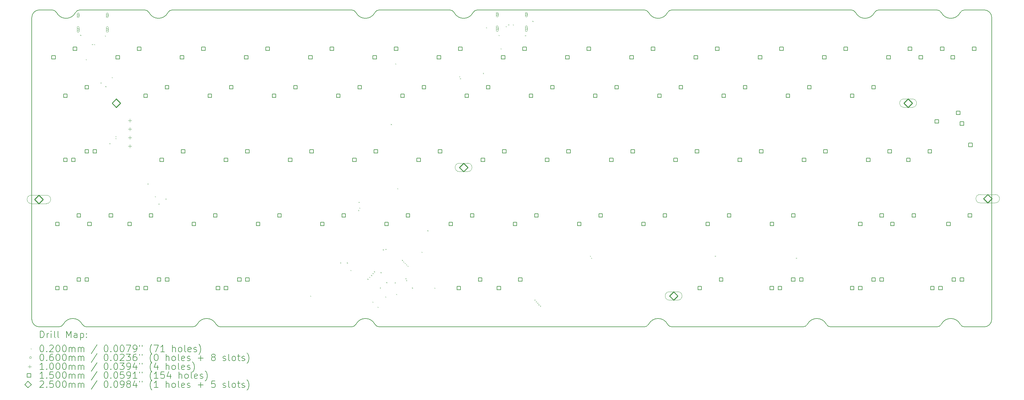
<source format=gbr>
%TF.GenerationSoftware,KiCad,Pcbnew,8.0.4*%
%TF.CreationDate,2024-08-26T00:01:00+02:00*%
%TF.ProjectId,keyboard,6b657962-6f61-4726-942e-6b696361645f,rev?*%
%TF.SameCoordinates,Original*%
%TF.FileFunction,Drillmap*%
%TF.FilePolarity,Positive*%
%FSLAX45Y45*%
G04 Gerber Fmt 4.5, Leading zero omitted, Abs format (unit mm)*
G04 Created by KiCad (PCBNEW 8.0.4) date 2024-08-26 00:01:00*
%MOMM*%
%LPD*%
G01*
G04 APERTURE LIST*
%ADD10C,0.200000*%
%ADD11C,0.100000*%
%ADD12C,0.150000*%
%ADD13C,0.250000*%
G04 APERTURE END LIST*
D10*
X394307Y819354D02*
G75*
G02*
X-164307Y819354I-279307J145646D01*
G01*
X22104443Y-8439355D02*
G75*
G02*
X21971440Y-8520000I-133003J69355D01*
G01*
X17395693Y-8439354D02*
G75*
G02*
X17262690Y-8519999I-133003J69354D01*
G01*
X23400189Y900000D02*
G75*
G02*
X23533196Y819357I11J-149990D01*
G01*
X27345000Y900000D02*
X26767313Y899978D01*
X17262690Y-8520000D02*
X9407311Y-8520000D01*
X-900000Y675000D02*
X-900000Y-8295000D01*
X27345000Y900000D02*
G75*
G02*
X27570000Y675000I0J-225000D01*
G01*
X-97311Y-8520000D02*
X-675000Y-8520000D01*
X3136807Y819355D02*
G75*
G02*
X2578193Y819355I-279307J145645D01*
G01*
X35693Y-8439354D02*
G75*
G02*
X594307Y-8439355I279307J-145646D01*
G01*
X25942692Y899978D02*
X24224811Y900000D01*
X21971440Y-8520000D02*
X18087311Y-8520000D01*
X8582689Y-8520000D02*
X4698561Y-8520000D01*
X24091807Y819355D02*
G75*
G02*
X23533193Y819355I-279307J145645D01*
G01*
X23400189Y900000D02*
X18087311Y899999D01*
X8715693Y-8439354D02*
G75*
G02*
X9274307Y-8439354I279307J-145646D01*
G01*
X4006943Y-8439355D02*
G75*
G02*
X3873939Y-8520000I-133003J69355D01*
G01*
X8582689Y900000D02*
X3269811Y900000D01*
X25942689Y-8520000D02*
X22796061Y-8520000D01*
X17395693Y-8439354D02*
G75*
G02*
X17954307Y-8439355I279307J-145646D01*
G01*
X8715693Y-8439354D02*
G75*
G02*
X8582689Y-8519999I-133003J69354D01*
G01*
X9407311Y-8520000D02*
G75*
G02*
X9274310Y-8439353I10J150010D01*
G01*
X11493939Y900000D02*
G75*
G02*
X11626948Y819358I1J-150010D01*
G01*
X-675000Y-8520000D02*
G75*
G02*
X-900000Y-8295000I0J225000D01*
G01*
X26075693Y-8439354D02*
G75*
G02*
X25942689Y-8519999I-133003J69354D01*
G01*
X727311Y-8520000D02*
G75*
G02*
X594307Y-8439355I4J150008D01*
G01*
X2445189Y900000D02*
X527311Y900000D01*
X3136807Y819355D02*
G75*
G02*
X3269811Y899999I133003J-69355D01*
G01*
X9274307Y819354D02*
G75*
G02*
X8715693Y819354I-279307J145646D01*
G01*
X25942692Y899978D02*
G75*
G02*
X26075694Y819332I18J-149968D01*
G01*
X24091807Y819355D02*
G75*
G02*
X24224811Y899999I133003J-69355D01*
G01*
X26075693Y-8439354D02*
G75*
G02*
X26634307Y-8439355I279307J-145646D01*
G01*
X2445189Y900000D02*
G75*
G02*
X2578198Y819358I1J-150010D01*
G01*
X4006943Y-8439355D02*
G75*
G02*
X4565557Y-8439355I279307J-145645D01*
G01*
X4698561Y-8520000D02*
G75*
G02*
X4565557Y-8439355I-1J150000D01*
G01*
X11493939Y900000D02*
X9407311Y900000D01*
X18087311Y-8520000D02*
G75*
G02*
X17954302Y-8439357I-1J150010D01*
G01*
X12185557Y819355D02*
G75*
G02*
X12318561Y899999I133003J-69355D01*
G01*
X26767311Y-8520000D02*
G75*
G02*
X26634304Y-8439356I-11J149990D01*
G01*
X9274307Y819354D02*
G75*
G02*
X9407311Y899999I133003J-69354D01*
G01*
X394307Y819354D02*
G75*
G02*
X527311Y899999I133003J-69354D01*
G01*
X17262689Y899999D02*
X12318561Y900000D01*
X35693Y-8439354D02*
G75*
G02*
X-97311Y-8520000I-133004J69355D01*
G01*
X17954307Y819354D02*
G75*
G02*
X18087311Y899999I133003J-69354D01*
G01*
X-900000Y675000D02*
G75*
G02*
X-675000Y900000I225000J0D01*
G01*
X-297311Y900000D02*
X-675000Y900000D01*
X27570000Y-8295000D02*
X27570000Y675000D01*
X17262689Y899999D02*
G75*
G02*
X17395698Y819357I1J-150010D01*
G01*
X22796061Y-8520000D02*
G75*
G02*
X22663057Y-8439355I-1J150000D01*
G01*
X27345000Y-8520000D02*
X26767311Y-8520000D01*
X26634310Y819333D02*
G75*
G02*
X26075691Y819331I-279310J145647D01*
G01*
X-297311Y900000D02*
G75*
G02*
X-164307Y819354I-4J-150008D01*
G01*
X27570000Y-8295000D02*
G75*
G02*
X27345000Y-8520000I-225000J0D01*
G01*
X3873939Y-8520000D02*
X727311Y-8520000D01*
X12185557Y819355D02*
G75*
G02*
X11626943Y819355I-279307J145645D01*
G01*
X26634310Y819333D02*
G75*
G02*
X26767313Y899976I133000J-69353D01*
G01*
X8582689Y900000D02*
G75*
G02*
X8715690Y819353I-9J-150010D01*
G01*
X22104443Y-8439355D02*
G75*
G02*
X22663057Y-8439355I279307J-145645D01*
G01*
X17954307Y819354D02*
G75*
G02*
X17395693Y819354I-279307J145646D01*
G01*
D11*
X540000Y160000D02*
X560000Y140000D01*
X560000Y160000D02*
X540000Y140000D01*
X705000Y-565000D02*
X725000Y-585000D01*
X725000Y-565000D02*
X705000Y-585000D01*
X885000Y-119012D02*
X905000Y-139012D01*
X905000Y-119012D02*
X885000Y-139012D01*
X950000Y-114012D02*
X970000Y-134012D01*
X970000Y-114012D02*
X950000Y-134012D01*
X1140000Y-1257500D02*
X1160000Y-1277500D01*
X1160000Y-1257500D02*
X1140000Y-1277500D01*
X1270000Y140000D02*
X1290000Y120000D01*
X1290000Y140000D02*
X1270000Y120000D01*
X1285000Y-1365000D02*
X1305000Y-1385000D01*
X1305000Y-1365000D02*
X1285000Y-1385000D01*
X1400968Y-3064032D02*
X1420968Y-3084032D01*
X1420968Y-3064032D02*
X1400968Y-3084032D01*
X1474859Y-1097359D02*
X1494859Y-1117359D01*
X1494859Y-1097359D02*
X1474859Y-1117359D01*
X1585000Y-2850000D02*
X1605000Y-2870000D01*
X1605000Y-2850000D02*
X1585000Y-2870000D01*
X1585000Y-2910000D02*
X1605000Y-2930000D01*
X1605000Y-2910000D02*
X1585000Y-2930000D01*
X2535000Y-4260000D02*
X2555000Y-4280000D01*
X2555000Y-4260000D02*
X2535000Y-4280000D01*
X2755000Y-4640000D02*
X2775000Y-4660000D01*
X2775000Y-4640000D02*
X2755000Y-4660000D01*
X2860000Y-4855000D02*
X2880000Y-4875000D01*
X2880000Y-4855000D02*
X2860000Y-4875000D01*
X3065000Y-4710000D02*
X3085000Y-4730000D01*
X3085000Y-4710000D02*
X3065000Y-4730000D01*
X7360000Y-7590000D02*
X7380000Y-7610000D01*
X7380000Y-7590000D02*
X7360000Y-7610000D01*
X8245000Y-6605000D02*
X8265000Y-6625000D01*
X8265000Y-6605000D02*
X8245000Y-6625000D01*
X8445000Y-6605000D02*
X8465000Y-6625000D01*
X8465000Y-6605000D02*
X8445000Y-6625000D01*
X8555000Y-6830000D02*
X8575000Y-6850000D01*
X8575000Y-6830000D02*
X8555000Y-6850000D01*
X8782322Y-5047678D02*
X8802322Y-5067678D01*
X8802322Y-5047678D02*
X8782322Y-5067678D01*
X8795000Y-4805000D02*
X8815000Y-4825000D01*
X8815000Y-4805000D02*
X8795000Y-4825000D01*
X8815000Y-4975000D02*
X8835000Y-4995000D01*
X8835000Y-4975000D02*
X8815000Y-4995000D01*
X9055000Y-7090000D02*
X9075000Y-7110000D01*
X9075000Y-7090000D02*
X9055000Y-7110000D01*
X9110000Y-7035000D02*
X9130000Y-7055000D01*
X9130000Y-7035000D02*
X9110000Y-7055000D01*
X9165000Y-6980000D02*
X9185000Y-7000000D01*
X9185000Y-6980000D02*
X9165000Y-7000000D01*
X9205000Y-7770000D02*
X9225000Y-7790000D01*
X9225000Y-7770000D02*
X9205000Y-7790000D01*
X9210000Y-6925000D02*
X9230000Y-6945000D01*
X9230000Y-6925000D02*
X9210000Y-6945000D01*
X9250000Y-6870000D02*
X9270000Y-6890000D01*
X9270000Y-6870000D02*
X9250000Y-6890000D01*
X9355000Y-7925000D02*
X9375000Y-7945000D01*
X9375000Y-7925000D02*
X9355000Y-7945000D01*
X9425000Y-7350000D02*
X9445000Y-7370000D01*
X9445000Y-7350000D02*
X9425000Y-7370000D01*
X9445000Y-6895000D02*
X9465000Y-6915000D01*
X9465000Y-6895000D02*
X9445000Y-6915000D01*
X9513787Y-6216213D02*
X9533787Y-6236213D01*
X9533787Y-6216213D02*
X9513787Y-6236213D01*
X9585000Y-7620000D02*
X9605000Y-7640000D01*
X9605000Y-7620000D02*
X9585000Y-7640000D01*
X9588713Y-6206287D02*
X9608713Y-6226287D01*
X9608713Y-6206287D02*
X9588713Y-6226287D01*
X9615000Y-7190000D02*
X9635000Y-7210000D01*
X9635000Y-7190000D02*
X9615000Y-7210000D01*
X9750000Y-2490000D02*
X9770000Y-2510000D01*
X9770000Y-2490000D02*
X9750000Y-2510000D01*
X9865000Y-7200000D02*
X9885000Y-7220000D01*
X9885000Y-7200000D02*
X9865000Y-7220000D01*
X9880000Y-692500D02*
X9900000Y-712500D01*
X9900000Y-692500D02*
X9880000Y-712500D01*
X9905000Y-7540000D02*
X9925000Y-7560000D01*
X9925000Y-7540000D02*
X9905000Y-7560000D01*
X9940000Y-4400000D02*
X9960000Y-4420000D01*
X9960000Y-4400000D02*
X9940000Y-4420000D01*
X10080000Y-6530000D02*
X10100000Y-6550000D01*
X10100000Y-6530000D02*
X10080000Y-6550000D01*
X10116000Y-6578000D02*
X10136000Y-6598000D01*
X10136000Y-6578000D02*
X10116000Y-6598000D01*
X10159503Y-6619322D02*
X10179503Y-6639322D01*
X10179503Y-6619322D02*
X10159503Y-6639322D01*
X10183665Y-7073553D02*
X10203665Y-7093553D01*
X10203665Y-7073553D02*
X10183665Y-7093553D01*
X10201835Y-6661843D02*
X10221835Y-6681843D01*
X10221835Y-6661843D02*
X10201835Y-6681843D01*
X10205000Y-7130000D02*
X10225000Y-7150000D01*
X10225000Y-7130000D02*
X10205000Y-7150000D01*
X10244266Y-6704265D02*
X10264266Y-6724265D01*
X10264266Y-6704265D02*
X10244266Y-6724265D01*
X10377500Y-7352500D02*
X10397500Y-7372500D01*
X10397500Y-7352500D02*
X10377500Y-7372500D01*
X10658532Y-6290000D02*
X10678532Y-6310000D01*
X10678532Y-6290000D02*
X10658532Y-6310000D01*
X10835000Y-5650000D02*
X10855000Y-5670000D01*
X10855000Y-5650000D02*
X10835000Y-5670000D01*
X11039000Y-7356000D02*
X11059000Y-7376000D01*
X11059000Y-7356000D02*
X11039000Y-7376000D01*
X11777476Y-1075097D02*
X11797476Y-1095097D01*
X11797476Y-1075097D02*
X11777476Y-1095097D01*
X11797855Y-1132500D02*
X11817855Y-1152500D01*
X11817855Y-1132500D02*
X11797855Y-1152500D01*
X12480000Y-975000D02*
X12500000Y-995000D01*
X12500000Y-975000D02*
X12480000Y-995000D01*
X12575000Y385000D02*
X12595000Y365000D01*
X12595000Y385000D02*
X12575000Y365000D01*
X12945000Y155000D02*
X12965000Y135000D01*
X12965000Y155000D02*
X12945000Y135000D01*
X13005000Y-242500D02*
X13025000Y-262500D01*
X13025000Y-242500D02*
X13005000Y-262500D01*
X13160000Y415000D02*
X13180000Y395000D01*
X13180000Y415000D02*
X13160000Y395000D01*
X13230000Y470000D02*
X13250000Y450000D01*
X13250000Y470000D02*
X13230000Y450000D01*
X13370000Y470000D02*
X13390000Y450000D01*
X13390000Y470000D02*
X13370000Y450000D01*
X13730000Y145000D02*
X13750000Y125000D01*
X13750000Y145000D02*
X13730000Y125000D01*
X13950000Y572500D02*
X13970000Y552500D01*
X13970000Y572500D02*
X13950000Y552500D01*
X14010000Y-7710000D02*
X14030000Y-7730000D01*
X14030000Y-7710000D02*
X14010000Y-7730000D01*
X14050000Y-7760000D02*
X14070000Y-7780000D01*
X14070000Y-7760000D02*
X14050000Y-7780000D01*
X14092500Y-7802500D02*
X14112500Y-7822500D01*
X14112500Y-7802500D02*
X14092500Y-7822500D01*
X14129170Y-7849990D02*
X14149170Y-7869990D01*
X14149170Y-7849990D02*
X14129170Y-7869990D01*
X14172165Y-7891841D02*
X14192165Y-7911841D01*
X14192165Y-7891841D02*
X14172165Y-7911841D01*
X15655000Y-6405000D02*
X15675000Y-6425000D01*
X15675000Y-6405000D02*
X15655000Y-6425000D01*
X15690000Y-6465000D02*
X15710000Y-6485000D01*
X15710000Y-6465000D02*
X15690000Y-6485000D01*
X19360000Y-6405000D02*
X19380000Y-6425000D01*
X19380000Y-6405000D02*
X19360000Y-6425000D01*
X21765000Y-6465000D02*
X21785000Y-6485000D01*
X21785000Y-6465000D02*
X21765000Y-6485000D01*
X503000Y740000D02*
G75*
G02*
X443000Y740000I-30000J0D01*
G01*
X443000Y740000D02*
G75*
G02*
X503000Y740000I30000J0D01*
G01*
X443000Y780000D02*
X443000Y700000D01*
X503000Y700000D02*
G75*
G02*
X443000Y700000I-30000J0D01*
G01*
X503000Y700000D02*
X503000Y780000D01*
X503000Y780000D02*
G75*
G03*
X443000Y780000I-30000J0D01*
G01*
X503000Y320000D02*
G75*
G02*
X443000Y320000I-30000J0D01*
G01*
X443000Y320000D02*
G75*
G02*
X503000Y320000I30000J0D01*
G01*
X443000Y375000D02*
X443000Y265000D01*
X503000Y265000D02*
G75*
G02*
X443000Y265000I-30000J0D01*
G01*
X503000Y265000D02*
X503000Y375000D01*
X503000Y375000D02*
G75*
G03*
X443000Y375000I-30000J0D01*
G01*
X1367000Y740000D02*
G75*
G02*
X1307000Y740000I-30000J0D01*
G01*
X1307000Y740000D02*
G75*
G02*
X1367000Y740000I30000J0D01*
G01*
X1307000Y780000D02*
X1307000Y700000D01*
X1367000Y700000D02*
G75*
G02*
X1307000Y700000I-30000J0D01*
G01*
X1367000Y700000D02*
X1367000Y780000D01*
X1367000Y780000D02*
G75*
G03*
X1307000Y780000I-30000J0D01*
G01*
X1367000Y320000D02*
G75*
G02*
X1307000Y320000I-30000J0D01*
G01*
X1307000Y320000D02*
G75*
G02*
X1367000Y320000I30000J0D01*
G01*
X1307000Y375000D02*
X1307000Y265000D01*
X1367000Y265000D02*
G75*
G02*
X1307000Y265000I-30000J0D01*
G01*
X1367000Y265000D02*
X1367000Y375000D01*
X1367000Y375000D02*
G75*
G03*
X1307000Y375000I-30000J0D01*
G01*
X12933000Y760000D02*
G75*
G02*
X12873000Y760000I-30000J0D01*
G01*
X12873000Y760000D02*
G75*
G02*
X12933000Y760000I30000J0D01*
G01*
X12873000Y800000D02*
X12873000Y720000D01*
X12933000Y720000D02*
G75*
G02*
X12873000Y720000I-30000J0D01*
G01*
X12933000Y720000D02*
X12933000Y800000D01*
X12933000Y800000D02*
G75*
G03*
X12873000Y800000I-30000J0D01*
G01*
X12933000Y340000D02*
G75*
G02*
X12873000Y340000I-30000J0D01*
G01*
X12873000Y340000D02*
G75*
G02*
X12933000Y340000I30000J0D01*
G01*
X12873000Y395000D02*
X12873000Y285000D01*
X12933000Y285000D02*
G75*
G02*
X12873000Y285000I-30000J0D01*
G01*
X12933000Y285000D02*
X12933000Y395000D01*
X12933000Y395000D02*
G75*
G03*
X12873000Y395000I-30000J0D01*
G01*
X13797000Y760000D02*
G75*
G02*
X13737000Y760000I-30000J0D01*
G01*
X13737000Y760000D02*
G75*
G02*
X13797000Y760000I30000J0D01*
G01*
X13737000Y800000D02*
X13737000Y720000D01*
X13797000Y720000D02*
G75*
G02*
X13737000Y720000I-30000J0D01*
G01*
X13797000Y720000D02*
X13797000Y800000D01*
X13797000Y800000D02*
G75*
G03*
X13737000Y800000I-30000J0D01*
G01*
X13797000Y340000D02*
G75*
G02*
X13737000Y340000I-30000J0D01*
G01*
X13737000Y340000D02*
G75*
G02*
X13797000Y340000I30000J0D01*
G01*
X13737000Y395000D02*
X13737000Y285000D01*
X13797000Y285000D02*
G75*
G02*
X13737000Y285000I-30000J0D01*
G01*
X13797000Y285000D02*
X13797000Y395000D01*
X13797000Y395000D02*
G75*
G03*
X13737000Y395000I-30000J0D01*
G01*
X2012500Y-2335500D02*
X2012500Y-2435500D01*
X1962500Y-2385500D02*
X2062500Y-2385500D01*
X2012500Y-2589500D02*
X2012500Y-2689500D01*
X1962500Y-2639500D02*
X2062500Y-2639500D01*
X2012500Y-2843500D02*
X2012500Y-2943500D01*
X1962500Y-2893500D02*
X2062500Y-2893500D01*
X2012500Y-3097500D02*
X2012500Y-3197500D01*
X1962500Y-3147500D02*
X2062500Y-3147500D01*
D12*
X-200966Y-561034D02*
X-200966Y-454966D01*
X-307034Y-454966D01*
X-307034Y-561034D01*
X-200966Y-561034D01*
X-89966Y-5514034D02*
X-89966Y-5407967D01*
X-196033Y-5407967D01*
X-196033Y-5514034D01*
X-89966Y-5514034D01*
X-89841Y-7419033D02*
X-89841Y-7312966D01*
X-195908Y-7312966D01*
X-195908Y-7419033D01*
X-89841Y-7419033D01*
X148284Y-1704033D02*
X148284Y-1597966D01*
X42217Y-1597966D01*
X42217Y-1704033D01*
X148284Y-1704033D01*
X148284Y-3609033D02*
X148284Y-3502966D01*
X42217Y-3502966D01*
X42217Y-3609033D01*
X148284Y-3609033D01*
X150159Y-7419033D02*
X150159Y-7312966D01*
X44091Y-7312966D01*
X44091Y-7419033D01*
X150159Y-7419033D01*
X386408Y-3609033D02*
X386408Y-3502966D01*
X280342Y-3502966D01*
X280342Y-3609033D01*
X386408Y-3609033D01*
X434033Y-307034D02*
X434033Y-200966D01*
X327967Y-200966D01*
X327967Y-307034D01*
X434033Y-307034D01*
X545034Y-5260034D02*
X545034Y-5153967D01*
X438966Y-5153967D01*
X438966Y-5260034D01*
X545034Y-5260034D01*
X545159Y-7165033D02*
X545159Y-7058966D01*
X439091Y-7058966D01*
X439091Y-7165033D01*
X545159Y-7165033D01*
X783283Y-1450033D02*
X783283Y-1343967D01*
X677217Y-1343967D01*
X677217Y-1450033D01*
X783283Y-1450033D01*
X783283Y-3355033D02*
X783283Y-3248966D01*
X677217Y-3248966D01*
X677217Y-3355033D01*
X783283Y-3355033D01*
X785158Y-7165033D02*
X785158Y-7058966D01*
X679092Y-7058966D01*
X679092Y-7165033D01*
X785158Y-7165033D01*
X862658Y-5514034D02*
X862658Y-5407967D01*
X756591Y-5407967D01*
X756591Y-5514034D01*
X862658Y-5514034D01*
X1021408Y-3355033D02*
X1021408Y-3248966D01*
X915341Y-3248966D01*
X915341Y-3355033D01*
X1021408Y-3355033D01*
X1497658Y-5260034D02*
X1497658Y-5153967D01*
X1391592Y-5153967D01*
X1391592Y-5260034D01*
X1497658Y-5260034D01*
X1704033Y-561034D02*
X1704033Y-454966D01*
X1597966Y-454966D01*
X1597966Y-561034D01*
X1704033Y-561034D01*
X2052033Y-5514034D02*
X2052033Y-5407967D01*
X1945966Y-5407967D01*
X1945966Y-5514034D01*
X2052033Y-5514034D01*
X2292034Y-7419033D02*
X2292034Y-7312966D01*
X2185967Y-7312966D01*
X2185967Y-7419033D01*
X2292034Y-7419033D01*
X2339034Y-307034D02*
X2339034Y-200966D01*
X2232967Y-200966D01*
X2232967Y-307034D01*
X2339034Y-307034D01*
X2529534Y-1704033D02*
X2529534Y-1597966D01*
X2423467Y-1597966D01*
X2423467Y-1704033D01*
X2529534Y-1704033D01*
X2532034Y-7419033D02*
X2532034Y-7312966D01*
X2425967Y-7312966D01*
X2425967Y-7419033D01*
X2532034Y-7419033D01*
X2687034Y-5260034D02*
X2687034Y-5153967D01*
X2580967Y-5153967D01*
X2580967Y-5260034D01*
X2687034Y-5260034D01*
X2927033Y-7165033D02*
X2927033Y-7058966D01*
X2820966Y-7058966D01*
X2820966Y-7165033D01*
X2927033Y-7165033D01*
X3005783Y-3609033D02*
X3005783Y-3502966D01*
X2899716Y-3502966D01*
X2899716Y-3609033D01*
X3005783Y-3609033D01*
X3164533Y-1450033D02*
X3164533Y-1343967D01*
X3058466Y-1343967D01*
X3058466Y-1450033D01*
X3164533Y-1450033D01*
X3167033Y-7165033D02*
X3167033Y-7058966D01*
X3060966Y-7058966D01*
X3060966Y-7165033D01*
X3167033Y-7165033D01*
X3609033Y-561034D02*
X3609033Y-454966D01*
X3502966Y-454966D01*
X3502966Y-561034D01*
X3609033Y-561034D01*
X3640783Y-3355033D02*
X3640783Y-3248966D01*
X3534716Y-3248966D01*
X3534716Y-3355033D01*
X3640783Y-3355033D01*
X3958283Y-5514034D02*
X3958283Y-5407967D01*
X3852216Y-5407967D01*
X3852216Y-5514034D01*
X3958283Y-5514034D01*
X4244034Y-307034D02*
X4244034Y-200966D01*
X4137966Y-200966D01*
X4137966Y-307034D01*
X4244034Y-307034D01*
X4434534Y-1704033D02*
X4434534Y-1597966D01*
X4328467Y-1597966D01*
X4328467Y-1704033D01*
X4434534Y-1704033D01*
X4593284Y-5260034D02*
X4593284Y-5153967D01*
X4487217Y-5153967D01*
X4487217Y-5260034D01*
X4593284Y-5260034D01*
X4672659Y-7419033D02*
X4672659Y-7312966D01*
X4566592Y-7312966D01*
X4566592Y-7419033D01*
X4672659Y-7419033D01*
X4910784Y-3609033D02*
X4910784Y-3502966D01*
X4804717Y-3502966D01*
X4804717Y-3609033D01*
X4910784Y-3609033D01*
X4912659Y-7419033D02*
X4912659Y-7312966D01*
X4806592Y-7312966D01*
X4806592Y-7419033D01*
X4912659Y-7419033D01*
X5069534Y-1450033D02*
X5069534Y-1343967D01*
X4963467Y-1343967D01*
X4963467Y-1450033D01*
X5069534Y-1450033D01*
X5307659Y-7165033D02*
X5307659Y-7058966D01*
X5201592Y-7058966D01*
X5201592Y-7165033D01*
X5307659Y-7165033D01*
X5514034Y-561034D02*
X5514034Y-454966D01*
X5407967Y-454966D01*
X5407967Y-561034D01*
X5514034Y-561034D01*
X5545784Y-3355033D02*
X5545784Y-3248966D01*
X5439717Y-3248966D01*
X5439717Y-3355033D01*
X5545784Y-3355033D01*
X5547659Y-7165033D02*
X5547659Y-7058966D01*
X5441592Y-7058966D01*
X5441592Y-7165033D01*
X5547659Y-7165033D01*
X5863283Y-5514034D02*
X5863283Y-5407967D01*
X5757216Y-5407967D01*
X5757216Y-5514034D01*
X5863283Y-5514034D01*
X6149033Y-307034D02*
X6149033Y-200966D01*
X6042966Y-200966D01*
X6042966Y-307034D01*
X6149033Y-307034D01*
X6339533Y-1704033D02*
X6339533Y-1597966D01*
X6233466Y-1597966D01*
X6233466Y-1704033D01*
X6339533Y-1704033D01*
X6498283Y-5260034D02*
X6498283Y-5153967D01*
X6392216Y-5153967D01*
X6392216Y-5260034D01*
X6498283Y-5260034D01*
X6815783Y-3609033D02*
X6815783Y-3502966D01*
X6709716Y-3502966D01*
X6709716Y-3609033D01*
X6815783Y-3609033D01*
X6974533Y-1450033D02*
X6974533Y-1343967D01*
X6868466Y-1343967D01*
X6868466Y-1450033D01*
X6974533Y-1450033D01*
X7419033Y-561034D02*
X7419033Y-454966D01*
X7312966Y-454966D01*
X7312966Y-561034D01*
X7419033Y-561034D01*
X7450783Y-3355033D02*
X7450783Y-3248966D01*
X7344716Y-3248966D01*
X7344716Y-3355033D01*
X7450783Y-3355033D01*
X7768283Y-5514034D02*
X7768283Y-5407967D01*
X7662216Y-5407967D01*
X7662216Y-5514034D01*
X7768283Y-5514034D01*
X8054033Y-307034D02*
X8054033Y-200966D01*
X7947966Y-200966D01*
X7947966Y-307034D01*
X8054033Y-307034D01*
X8244533Y-1704033D02*
X8244533Y-1597966D01*
X8138466Y-1597966D01*
X8138466Y-1704033D01*
X8244533Y-1704033D01*
X8403284Y-5260034D02*
X8403284Y-5153967D01*
X8297216Y-5153967D01*
X8297216Y-5260034D01*
X8403284Y-5260034D01*
X8720784Y-3609033D02*
X8720784Y-3502966D01*
X8614717Y-3502966D01*
X8614717Y-3609033D01*
X8720784Y-3609033D01*
X8879534Y-1450033D02*
X8879534Y-1343967D01*
X8773467Y-1343967D01*
X8773467Y-1450033D01*
X8879534Y-1450033D01*
X9324034Y-561034D02*
X9324034Y-454966D01*
X9217967Y-454966D01*
X9217967Y-561034D01*
X9324034Y-561034D01*
X9355784Y-3355033D02*
X9355784Y-3248966D01*
X9249717Y-3248966D01*
X9249717Y-3355033D01*
X9355784Y-3355033D01*
X9673284Y-5514034D02*
X9673284Y-5407967D01*
X9567217Y-5407967D01*
X9567217Y-5514034D01*
X9673284Y-5514034D01*
X9959034Y-307034D02*
X9959034Y-200966D01*
X9852967Y-200966D01*
X9852967Y-307034D01*
X9959034Y-307034D01*
X10149534Y-1704033D02*
X10149534Y-1597966D01*
X10043467Y-1597966D01*
X10043467Y-1704033D01*
X10149534Y-1704033D01*
X10308284Y-5260034D02*
X10308284Y-5153967D01*
X10202217Y-5153967D01*
X10202217Y-5260034D01*
X10308284Y-5260034D01*
X10625784Y-3609033D02*
X10625784Y-3502966D01*
X10519717Y-3502966D01*
X10519717Y-3609033D01*
X10625784Y-3609033D01*
X10784534Y-1450033D02*
X10784534Y-1343967D01*
X10678467Y-1343967D01*
X10678467Y-1450033D01*
X10784534Y-1450033D01*
X11229033Y-561034D02*
X11229033Y-454966D01*
X11122967Y-454966D01*
X11122967Y-561034D01*
X11229033Y-561034D01*
X11260783Y-3355033D02*
X11260783Y-3248966D01*
X11154717Y-3248966D01*
X11154717Y-3355033D01*
X11260783Y-3355033D01*
X11578283Y-5514034D02*
X11578283Y-5407967D01*
X11472216Y-5407967D01*
X11472216Y-5514034D01*
X11578283Y-5514034D01*
X11816408Y-7419033D02*
X11816408Y-7312966D01*
X11710341Y-7312966D01*
X11710341Y-7419033D01*
X11816408Y-7419033D01*
X11864033Y-307034D02*
X11864033Y-200966D01*
X11757966Y-200966D01*
X11757966Y-307034D01*
X11864033Y-307034D01*
X12054533Y-1704033D02*
X12054533Y-1597966D01*
X11948466Y-1597966D01*
X11948466Y-1704033D01*
X12054533Y-1704033D01*
X12213283Y-5260034D02*
X12213283Y-5153967D01*
X12107216Y-5153967D01*
X12107216Y-5260034D01*
X12213283Y-5260034D01*
X12451408Y-7165033D02*
X12451408Y-7058966D01*
X12345341Y-7058966D01*
X12345341Y-7165033D01*
X12451408Y-7165033D01*
X12530783Y-3609033D02*
X12530783Y-3502966D01*
X12424716Y-3502966D01*
X12424716Y-3609033D01*
X12530783Y-3609033D01*
X12689533Y-1450033D02*
X12689533Y-1343967D01*
X12583466Y-1343967D01*
X12583466Y-1450033D01*
X12689533Y-1450033D01*
X13007033Y-7419160D02*
X13007033Y-7313093D01*
X12900966Y-7313093D01*
X12900966Y-7419160D01*
X13007033Y-7419160D01*
X13134033Y-561034D02*
X13134033Y-454966D01*
X13027966Y-454966D01*
X13027966Y-561034D01*
X13134033Y-561034D01*
X13165783Y-3355033D02*
X13165783Y-3248966D01*
X13059716Y-3248966D01*
X13059716Y-3355033D01*
X13165783Y-3355033D01*
X13483283Y-5514034D02*
X13483283Y-5407967D01*
X13377216Y-5407967D01*
X13377216Y-5514034D01*
X13483283Y-5514034D01*
X13642033Y-7165160D02*
X13642033Y-7059093D01*
X13535966Y-7059093D01*
X13535966Y-7165160D01*
X13642033Y-7165160D01*
X13769033Y-307034D02*
X13769033Y-200966D01*
X13662966Y-200966D01*
X13662966Y-307034D01*
X13769033Y-307034D01*
X13959533Y-1704033D02*
X13959533Y-1597966D01*
X13853466Y-1597966D01*
X13853466Y-1704033D01*
X13959533Y-1704033D01*
X14118283Y-5260034D02*
X14118283Y-5153967D01*
X14012216Y-5153967D01*
X14012216Y-5260034D01*
X14118283Y-5260034D01*
X14435783Y-3609033D02*
X14435783Y-3502966D01*
X14329716Y-3502966D01*
X14329716Y-3609033D01*
X14435783Y-3609033D01*
X14594533Y-1450033D02*
X14594533Y-1343967D01*
X14488466Y-1343967D01*
X14488466Y-1450033D01*
X14594533Y-1450033D01*
X15039033Y-561034D02*
X15039033Y-454966D01*
X14932966Y-454966D01*
X14932966Y-561034D01*
X15039033Y-561034D01*
X15070783Y-3355033D02*
X15070783Y-3248966D01*
X14964716Y-3248966D01*
X14964716Y-3355033D01*
X15070783Y-3355033D01*
X15388283Y-5514034D02*
X15388283Y-5407967D01*
X15282216Y-5407967D01*
X15282216Y-5514034D01*
X15388283Y-5514034D01*
X15674033Y-307034D02*
X15674033Y-200966D01*
X15567966Y-200966D01*
X15567966Y-307034D01*
X15674033Y-307034D01*
X15864533Y-1704033D02*
X15864533Y-1597966D01*
X15758466Y-1597966D01*
X15758466Y-1704033D01*
X15864533Y-1704033D01*
X16023283Y-5260034D02*
X16023283Y-5153967D01*
X15917216Y-5153967D01*
X15917216Y-5260034D01*
X16023283Y-5260034D01*
X16340783Y-3609033D02*
X16340783Y-3502966D01*
X16234716Y-3502966D01*
X16234716Y-3609033D01*
X16340783Y-3609033D01*
X16499533Y-1450033D02*
X16499533Y-1343967D01*
X16393466Y-1343967D01*
X16393466Y-1450033D01*
X16499533Y-1450033D01*
X16944034Y-561034D02*
X16944034Y-454966D01*
X16837967Y-454966D01*
X16837967Y-561034D01*
X16944034Y-561034D01*
X16975784Y-3355033D02*
X16975784Y-3248966D01*
X16869717Y-3248966D01*
X16869717Y-3355033D01*
X16975784Y-3355033D01*
X17293284Y-5514034D02*
X17293284Y-5407967D01*
X17187217Y-5407967D01*
X17187217Y-5514034D01*
X17293284Y-5514034D01*
X17579034Y-307034D02*
X17579034Y-200966D01*
X17472967Y-200966D01*
X17472967Y-307034D01*
X17579034Y-307034D01*
X17769534Y-1704033D02*
X17769534Y-1597966D01*
X17663467Y-1597966D01*
X17663467Y-1704033D01*
X17769534Y-1704033D01*
X17928284Y-5260034D02*
X17928284Y-5153967D01*
X17822217Y-5153967D01*
X17822217Y-5260034D01*
X17928284Y-5260034D01*
X18245784Y-3609033D02*
X18245784Y-3502966D01*
X18139717Y-3502966D01*
X18139717Y-3609033D01*
X18245784Y-3609033D01*
X18404534Y-1450033D02*
X18404534Y-1343967D01*
X18298467Y-1343967D01*
X18298467Y-1450033D01*
X18404534Y-1450033D01*
X18849034Y-561034D02*
X18849034Y-454966D01*
X18742967Y-454966D01*
X18742967Y-561034D01*
X18849034Y-561034D01*
X18880784Y-3355033D02*
X18880784Y-3248966D01*
X18774717Y-3248966D01*
X18774717Y-3355033D01*
X18880784Y-3355033D01*
X18960159Y-7419033D02*
X18960159Y-7312966D01*
X18854092Y-7312966D01*
X18854092Y-7419033D01*
X18960159Y-7419033D01*
X19198284Y-5514034D02*
X19198284Y-5407967D01*
X19092217Y-5407967D01*
X19092217Y-5514034D01*
X19198284Y-5514034D01*
X19484034Y-307034D02*
X19484034Y-200966D01*
X19377967Y-200966D01*
X19377967Y-307034D01*
X19484034Y-307034D01*
X19595159Y-7165033D02*
X19595159Y-7058966D01*
X19489092Y-7058966D01*
X19489092Y-7165033D01*
X19595159Y-7165033D01*
X19674534Y-1704033D02*
X19674534Y-1597966D01*
X19568467Y-1597966D01*
X19568467Y-1704033D01*
X19674534Y-1704033D01*
X19833284Y-5260034D02*
X19833284Y-5153967D01*
X19727217Y-5153967D01*
X19727217Y-5260034D01*
X19833284Y-5260034D01*
X20150784Y-3609033D02*
X20150784Y-3502966D01*
X20044717Y-3502966D01*
X20044717Y-3609033D01*
X20150784Y-3609033D01*
X20309534Y-1450033D02*
X20309534Y-1343967D01*
X20203467Y-1343967D01*
X20203467Y-1450033D01*
X20309534Y-1450033D01*
X20754034Y-561034D02*
X20754034Y-454966D01*
X20647967Y-454966D01*
X20647967Y-561034D01*
X20754034Y-561034D01*
X20785784Y-3355033D02*
X20785784Y-3248966D01*
X20679717Y-3248966D01*
X20679717Y-3355033D01*
X20785784Y-3355033D01*
X21101409Y-7419033D02*
X21101409Y-7312966D01*
X20995342Y-7312966D01*
X20995342Y-7419033D01*
X21101409Y-7419033D01*
X21103284Y-5514034D02*
X21103284Y-5407967D01*
X20997217Y-5407967D01*
X20997217Y-5514034D01*
X21103284Y-5514034D01*
X21341409Y-7419033D02*
X21341409Y-7312966D01*
X21235342Y-7312966D01*
X21235342Y-7419033D01*
X21341409Y-7419033D01*
X21389034Y-307034D02*
X21389034Y-200966D01*
X21282967Y-200966D01*
X21282967Y-307034D01*
X21389034Y-307034D01*
X21579534Y-1704033D02*
X21579534Y-1597966D01*
X21473467Y-1597966D01*
X21473467Y-1704033D01*
X21579534Y-1704033D01*
X21736409Y-7165033D02*
X21736409Y-7058966D01*
X21630342Y-7058966D01*
X21630342Y-7165033D01*
X21736409Y-7165033D01*
X21738284Y-5260034D02*
X21738284Y-5153967D01*
X21632217Y-5153967D01*
X21632217Y-5260034D01*
X21738284Y-5260034D01*
X21976409Y-7165033D02*
X21976409Y-7058966D01*
X21870342Y-7058966D01*
X21870342Y-7165033D01*
X21976409Y-7165033D01*
X22055784Y-3609033D02*
X22055784Y-3502966D01*
X21949717Y-3502966D01*
X21949717Y-3609033D01*
X22055784Y-3609033D01*
X22214534Y-1450033D02*
X22214534Y-1343967D01*
X22108467Y-1343967D01*
X22108467Y-1450033D01*
X22214534Y-1450033D01*
X22659033Y-561034D02*
X22659033Y-454966D01*
X22552966Y-454966D01*
X22552966Y-561034D01*
X22659033Y-561034D01*
X22690783Y-3355033D02*
X22690783Y-3248966D01*
X22584716Y-3248966D01*
X22584716Y-3355033D01*
X22690783Y-3355033D01*
X23294033Y-307034D02*
X23294033Y-200966D01*
X23187966Y-200966D01*
X23187966Y-307034D01*
X23294033Y-307034D01*
X23482658Y-7419033D02*
X23482658Y-7312966D01*
X23376591Y-7312966D01*
X23376591Y-7419033D01*
X23482658Y-7419033D01*
X23484533Y-1704033D02*
X23484533Y-1597966D01*
X23378466Y-1597966D01*
X23378466Y-1704033D01*
X23484533Y-1704033D01*
X23722033Y-5514034D02*
X23722033Y-5407967D01*
X23615966Y-5407967D01*
X23615966Y-5514034D01*
X23722033Y-5514034D01*
X23722658Y-7419033D02*
X23722658Y-7312966D01*
X23616591Y-7312966D01*
X23616591Y-7419033D01*
X23722658Y-7419033D01*
X23962033Y-3609033D02*
X23962033Y-3502966D01*
X23855966Y-3502966D01*
X23855966Y-3609033D01*
X23962033Y-3609033D01*
X24117658Y-7165033D02*
X24117658Y-7058966D01*
X24011591Y-7058966D01*
X24011591Y-7165033D01*
X24117658Y-7165033D01*
X24119533Y-1450033D02*
X24119533Y-1343967D01*
X24013466Y-1343967D01*
X24013466Y-1450033D01*
X24119533Y-1450033D01*
X24357033Y-5260034D02*
X24357033Y-5153967D01*
X24250966Y-5153967D01*
X24250966Y-5260034D01*
X24357033Y-5260034D01*
X24357658Y-7165033D02*
X24357658Y-7058966D01*
X24251591Y-7058966D01*
X24251591Y-7165033D01*
X24357658Y-7165033D01*
X24564033Y-561034D02*
X24564033Y-454966D01*
X24457966Y-454966D01*
X24457966Y-561034D01*
X24564033Y-561034D01*
X24597033Y-3355033D02*
X24597033Y-3248966D01*
X24490966Y-3248966D01*
X24490966Y-3355033D01*
X24597033Y-3355033D01*
X24675158Y-5514034D02*
X24675158Y-5407967D01*
X24569091Y-5407967D01*
X24569091Y-5514034D01*
X24675158Y-5514034D01*
X25151408Y-3609033D02*
X25151408Y-3502966D01*
X25045341Y-3502966D01*
X25045341Y-3609033D01*
X25151408Y-3609033D01*
X25199033Y-307034D02*
X25199033Y-200966D01*
X25092966Y-200966D01*
X25092966Y-307034D01*
X25199033Y-307034D01*
X25310158Y-5260034D02*
X25310158Y-5153967D01*
X25204091Y-5153967D01*
X25204091Y-5260034D01*
X25310158Y-5260034D01*
X25519033Y-561034D02*
X25519033Y-454966D01*
X25412966Y-454966D01*
X25412966Y-561034D01*
X25519033Y-561034D01*
X25786408Y-3355033D02*
X25786408Y-3248966D01*
X25680341Y-3248966D01*
X25680341Y-3355033D01*
X25786408Y-3355033D01*
X25863908Y-7419033D02*
X25863908Y-7312966D01*
X25757841Y-7312966D01*
X25757841Y-7419033D01*
X25863908Y-7419033D01*
X25992783Y-2466034D02*
X25992783Y-2359967D01*
X25886716Y-2359967D01*
X25886716Y-2466034D01*
X25992783Y-2466034D01*
X26103908Y-7419033D02*
X26103908Y-7312966D01*
X25997841Y-7312966D01*
X25997841Y-7419033D01*
X26103908Y-7419033D01*
X26154033Y-307034D02*
X26154033Y-200966D01*
X26047966Y-200966D01*
X26047966Y-307034D01*
X26154033Y-307034D01*
X26342033Y-5514034D02*
X26342033Y-5407967D01*
X26235966Y-5407967D01*
X26235966Y-5514034D01*
X26342033Y-5514034D01*
X26469033Y-561034D02*
X26469033Y-454966D01*
X26362966Y-454966D01*
X26362966Y-561034D01*
X26469033Y-561034D01*
X26498908Y-7165033D02*
X26498908Y-7058966D01*
X26392841Y-7058966D01*
X26392841Y-7165033D01*
X26498908Y-7165033D01*
X26627783Y-2212034D02*
X26627783Y-2105967D01*
X26521716Y-2105967D01*
X26521716Y-2212034D01*
X26627783Y-2212034D01*
X26738908Y-7165033D02*
X26738908Y-7058966D01*
X26632841Y-7058966D01*
X26632841Y-7165033D01*
X26738908Y-7165033D01*
X26739033Y-2529034D02*
X26739033Y-2422967D01*
X26632966Y-2422967D01*
X26632966Y-2529034D01*
X26739033Y-2529034D01*
X26977033Y-5260034D02*
X26977033Y-5153967D01*
X26870966Y-5153967D01*
X26870966Y-5260034D01*
X26977033Y-5260034D01*
X26993033Y-3164033D02*
X26993033Y-3057966D01*
X26886966Y-3057966D01*
X26886966Y-3164033D01*
X26993033Y-3164033D01*
X27104033Y-307034D02*
X27104033Y-200966D01*
X26997966Y-200966D01*
X26997966Y-307034D01*
X27104033Y-307034D01*
D13*
X-690000Y-4855000D02*
X-565000Y-4730000D01*
X-690000Y-4605000D01*
X-815000Y-4730000D01*
X-690000Y-4855000D01*
D11*
X-465000Y-4605000D02*
X-915000Y-4605000D01*
X-915000Y-4855000D02*
G75*
G02*
X-915000Y-4605000I0J125000D01*
G01*
X-915000Y-4855000D02*
X-465000Y-4855000D01*
X-465000Y-4855000D02*
G75*
G03*
X-465000Y-4605000I0J125000D01*
G01*
D13*
X1605000Y-1995000D02*
X1730000Y-1870000D01*
X1605000Y-1745000D01*
X1480000Y-1870000D01*
X1605000Y-1995000D01*
X11905000Y-3905000D02*
X12030000Y-3780000D01*
X11905000Y-3655000D01*
X11780000Y-3780000D01*
X11905000Y-3905000D01*
D11*
X12030000Y-3655000D02*
X11780000Y-3655000D01*
X11780000Y-3905000D02*
G75*
G02*
X11780000Y-3655000I0J125000D01*
G01*
X11780000Y-3905000D02*
X12030000Y-3905000D01*
X12030000Y-3905000D02*
G75*
G03*
X12030000Y-3655000I0J125000D01*
G01*
D13*
X18135000Y-7725000D02*
X18260000Y-7600000D01*
X18135000Y-7475000D01*
X18010000Y-7600000D01*
X18135000Y-7725000D01*
D11*
X18260000Y-7475000D02*
X18010000Y-7475000D01*
X18010000Y-7725000D02*
G75*
G02*
X18010000Y-7475000I0J125000D01*
G01*
X18010000Y-7725000D02*
X18260000Y-7725000D01*
X18260000Y-7725000D02*
G75*
G03*
X18260000Y-7475000I0J125000D01*
G01*
D13*
X25090000Y-1995000D02*
X25215000Y-1870000D01*
X25090000Y-1745000D01*
X24965000Y-1870000D01*
X25090000Y-1995000D01*
D11*
X25215000Y-1745000D02*
X24965000Y-1745000D01*
X24965000Y-1995000D02*
G75*
G02*
X24965000Y-1745000I0J125000D01*
G01*
X24965000Y-1995000D02*
X25215000Y-1995000D01*
X25215000Y-1995000D02*
G75*
G03*
X25215000Y-1745000I0J125000D01*
G01*
D13*
X27450000Y-4835000D02*
X27575000Y-4710000D01*
X27450000Y-4585000D01*
X27325000Y-4710000D01*
X27450000Y-4835000D01*
D11*
X27675000Y-4585000D02*
X27225000Y-4585000D01*
X27225000Y-4835000D02*
G75*
G02*
X27225000Y-4585000I0J125000D01*
G01*
X27225000Y-4835000D02*
X27675000Y-4835000D01*
X27675000Y-4835000D02*
G75*
G03*
X27675000Y-4585000I0J125000D01*
G01*
D10*
X-649223Y-8841484D02*
X-649223Y-8641484D01*
X-649223Y-8641484D02*
X-601604Y-8641484D01*
X-601604Y-8641484D02*
X-573033Y-8651008D01*
X-573033Y-8651008D02*
X-553985Y-8670055D01*
X-553985Y-8670055D02*
X-544461Y-8689103D01*
X-544461Y-8689103D02*
X-534937Y-8727198D01*
X-534937Y-8727198D02*
X-534937Y-8755770D01*
X-534937Y-8755770D02*
X-544461Y-8793865D01*
X-544461Y-8793865D02*
X-553985Y-8812912D01*
X-553985Y-8812912D02*
X-573033Y-8831960D01*
X-573033Y-8831960D02*
X-601604Y-8841484D01*
X-601604Y-8841484D02*
X-649223Y-8841484D01*
X-449223Y-8841484D02*
X-449223Y-8708150D01*
X-449223Y-8746246D02*
X-439699Y-8727198D01*
X-439699Y-8727198D02*
X-430175Y-8717674D01*
X-430175Y-8717674D02*
X-411128Y-8708150D01*
X-411128Y-8708150D02*
X-392080Y-8708150D01*
X-325414Y-8841484D02*
X-325414Y-8708150D01*
X-325414Y-8641484D02*
X-334937Y-8651008D01*
X-334937Y-8651008D02*
X-325414Y-8660531D01*
X-325414Y-8660531D02*
X-315890Y-8651008D01*
X-315890Y-8651008D02*
X-325414Y-8641484D01*
X-325414Y-8641484D02*
X-325414Y-8660531D01*
X-201604Y-8841484D02*
X-220652Y-8831960D01*
X-220652Y-8831960D02*
X-230175Y-8812912D01*
X-230175Y-8812912D02*
X-230175Y-8641484D01*
X-96842Y-8841484D02*
X-115890Y-8831960D01*
X-115890Y-8831960D02*
X-125414Y-8812912D01*
X-125414Y-8812912D02*
X-125414Y-8641484D01*
X131729Y-8841484D02*
X131729Y-8641484D01*
X131729Y-8641484D02*
X198396Y-8784341D01*
X198396Y-8784341D02*
X265063Y-8641484D01*
X265063Y-8641484D02*
X265063Y-8841484D01*
X446015Y-8841484D02*
X446015Y-8736722D01*
X446015Y-8736722D02*
X436491Y-8717674D01*
X436491Y-8717674D02*
X417443Y-8708150D01*
X417443Y-8708150D02*
X379348Y-8708150D01*
X379348Y-8708150D02*
X360301Y-8717674D01*
X446015Y-8831960D02*
X426967Y-8841484D01*
X426967Y-8841484D02*
X379348Y-8841484D01*
X379348Y-8841484D02*
X360301Y-8831960D01*
X360301Y-8831960D02*
X350777Y-8812912D01*
X350777Y-8812912D02*
X350777Y-8793865D01*
X350777Y-8793865D02*
X360301Y-8774817D01*
X360301Y-8774817D02*
X379348Y-8765293D01*
X379348Y-8765293D02*
X426967Y-8765293D01*
X426967Y-8765293D02*
X446015Y-8755770D01*
X541253Y-8708150D02*
X541253Y-8908150D01*
X541253Y-8717674D02*
X560301Y-8708150D01*
X560301Y-8708150D02*
X598396Y-8708150D01*
X598396Y-8708150D02*
X617444Y-8717674D01*
X617444Y-8717674D02*
X626967Y-8727198D01*
X626967Y-8727198D02*
X636491Y-8746246D01*
X636491Y-8746246D02*
X636491Y-8803389D01*
X636491Y-8803389D02*
X626967Y-8822436D01*
X626967Y-8822436D02*
X617444Y-8831960D01*
X617444Y-8831960D02*
X598396Y-8841484D01*
X598396Y-8841484D02*
X560301Y-8841484D01*
X560301Y-8841484D02*
X541253Y-8831960D01*
X722205Y-8822436D02*
X731729Y-8831960D01*
X731729Y-8831960D02*
X722205Y-8841484D01*
X722205Y-8841484D02*
X712682Y-8831960D01*
X712682Y-8831960D02*
X722205Y-8822436D01*
X722205Y-8822436D02*
X722205Y-8841484D01*
X722205Y-8717674D02*
X731729Y-8727198D01*
X731729Y-8727198D02*
X722205Y-8736722D01*
X722205Y-8736722D02*
X712682Y-8727198D01*
X712682Y-8727198D02*
X722205Y-8717674D01*
X722205Y-8717674D02*
X722205Y-8736722D01*
D11*
X-930000Y-9160000D02*
X-910000Y-9180000D01*
X-910000Y-9160000D02*
X-930000Y-9180000D01*
D10*
X-611128Y-9061484D02*
X-592080Y-9061484D01*
X-592080Y-9061484D02*
X-573033Y-9071008D01*
X-573033Y-9071008D02*
X-563509Y-9080531D01*
X-563509Y-9080531D02*
X-553985Y-9099579D01*
X-553985Y-9099579D02*
X-544461Y-9137674D01*
X-544461Y-9137674D02*
X-544461Y-9185293D01*
X-544461Y-9185293D02*
X-553985Y-9223389D01*
X-553985Y-9223389D02*
X-563509Y-9242436D01*
X-563509Y-9242436D02*
X-573033Y-9251960D01*
X-573033Y-9251960D02*
X-592080Y-9261484D01*
X-592080Y-9261484D02*
X-611128Y-9261484D01*
X-611128Y-9261484D02*
X-630176Y-9251960D01*
X-630176Y-9251960D02*
X-639699Y-9242436D01*
X-639699Y-9242436D02*
X-649223Y-9223389D01*
X-649223Y-9223389D02*
X-658747Y-9185293D01*
X-658747Y-9185293D02*
X-658747Y-9137674D01*
X-658747Y-9137674D02*
X-649223Y-9099579D01*
X-649223Y-9099579D02*
X-639699Y-9080531D01*
X-639699Y-9080531D02*
X-630176Y-9071008D01*
X-630176Y-9071008D02*
X-611128Y-9061484D01*
X-458747Y-9242436D02*
X-449223Y-9251960D01*
X-449223Y-9251960D02*
X-458747Y-9261484D01*
X-458747Y-9261484D02*
X-468271Y-9251960D01*
X-468271Y-9251960D02*
X-458747Y-9242436D01*
X-458747Y-9242436D02*
X-458747Y-9261484D01*
X-373033Y-9080531D02*
X-363509Y-9071008D01*
X-363509Y-9071008D02*
X-344461Y-9061484D01*
X-344461Y-9061484D02*
X-296842Y-9061484D01*
X-296842Y-9061484D02*
X-277795Y-9071008D01*
X-277795Y-9071008D02*
X-268271Y-9080531D01*
X-268271Y-9080531D02*
X-258747Y-9099579D01*
X-258747Y-9099579D02*
X-258747Y-9118627D01*
X-258747Y-9118627D02*
X-268271Y-9147198D01*
X-268271Y-9147198D02*
X-382556Y-9261484D01*
X-382556Y-9261484D02*
X-258747Y-9261484D01*
X-134937Y-9061484D02*
X-115890Y-9061484D01*
X-115890Y-9061484D02*
X-96842Y-9071008D01*
X-96842Y-9071008D02*
X-87318Y-9080531D01*
X-87318Y-9080531D02*
X-77795Y-9099579D01*
X-77795Y-9099579D02*
X-68271Y-9137674D01*
X-68271Y-9137674D02*
X-68271Y-9185293D01*
X-68271Y-9185293D02*
X-77795Y-9223389D01*
X-77795Y-9223389D02*
X-87318Y-9242436D01*
X-87318Y-9242436D02*
X-96842Y-9251960D01*
X-96842Y-9251960D02*
X-115890Y-9261484D01*
X-115890Y-9261484D02*
X-134937Y-9261484D01*
X-134937Y-9261484D02*
X-153985Y-9251960D01*
X-153985Y-9251960D02*
X-163509Y-9242436D01*
X-163509Y-9242436D02*
X-173033Y-9223389D01*
X-173033Y-9223389D02*
X-182556Y-9185293D01*
X-182556Y-9185293D02*
X-182556Y-9137674D01*
X-182556Y-9137674D02*
X-173033Y-9099579D01*
X-173033Y-9099579D02*
X-163509Y-9080531D01*
X-163509Y-9080531D02*
X-153985Y-9071008D01*
X-153985Y-9071008D02*
X-134937Y-9061484D01*
X55539Y-9061484D02*
X74586Y-9061484D01*
X74586Y-9061484D02*
X93634Y-9071008D01*
X93634Y-9071008D02*
X103158Y-9080531D01*
X103158Y-9080531D02*
X112682Y-9099579D01*
X112682Y-9099579D02*
X122205Y-9137674D01*
X122205Y-9137674D02*
X122205Y-9185293D01*
X122205Y-9185293D02*
X112682Y-9223389D01*
X112682Y-9223389D02*
X103158Y-9242436D01*
X103158Y-9242436D02*
X93634Y-9251960D01*
X93634Y-9251960D02*
X74586Y-9261484D01*
X74586Y-9261484D02*
X55539Y-9261484D01*
X55539Y-9261484D02*
X36491Y-9251960D01*
X36491Y-9251960D02*
X26967Y-9242436D01*
X26967Y-9242436D02*
X17444Y-9223389D01*
X17444Y-9223389D02*
X7920Y-9185293D01*
X7920Y-9185293D02*
X7920Y-9137674D01*
X7920Y-9137674D02*
X17444Y-9099579D01*
X17444Y-9099579D02*
X26967Y-9080531D01*
X26967Y-9080531D02*
X36491Y-9071008D01*
X36491Y-9071008D02*
X55539Y-9061484D01*
X207920Y-9261484D02*
X207920Y-9128150D01*
X207920Y-9147198D02*
X217443Y-9137674D01*
X217443Y-9137674D02*
X236491Y-9128150D01*
X236491Y-9128150D02*
X265063Y-9128150D01*
X265063Y-9128150D02*
X284110Y-9137674D01*
X284110Y-9137674D02*
X293634Y-9156722D01*
X293634Y-9156722D02*
X293634Y-9261484D01*
X293634Y-9156722D02*
X303158Y-9137674D01*
X303158Y-9137674D02*
X322205Y-9128150D01*
X322205Y-9128150D02*
X350777Y-9128150D01*
X350777Y-9128150D02*
X369824Y-9137674D01*
X369824Y-9137674D02*
X379348Y-9156722D01*
X379348Y-9156722D02*
X379348Y-9261484D01*
X474586Y-9261484D02*
X474586Y-9128150D01*
X474586Y-9147198D02*
X484110Y-9137674D01*
X484110Y-9137674D02*
X503158Y-9128150D01*
X503158Y-9128150D02*
X531729Y-9128150D01*
X531729Y-9128150D02*
X550777Y-9137674D01*
X550777Y-9137674D02*
X560301Y-9156722D01*
X560301Y-9156722D02*
X560301Y-9261484D01*
X560301Y-9156722D02*
X569825Y-9137674D01*
X569825Y-9137674D02*
X588872Y-9128150D01*
X588872Y-9128150D02*
X617444Y-9128150D01*
X617444Y-9128150D02*
X636491Y-9137674D01*
X636491Y-9137674D02*
X646015Y-9156722D01*
X646015Y-9156722D02*
X646015Y-9261484D01*
X1036491Y-9051960D02*
X865063Y-9309103D01*
X1293634Y-9061484D02*
X1312682Y-9061484D01*
X1312682Y-9061484D02*
X1331729Y-9071008D01*
X1331729Y-9071008D02*
X1341253Y-9080531D01*
X1341253Y-9080531D02*
X1350777Y-9099579D01*
X1350777Y-9099579D02*
X1360301Y-9137674D01*
X1360301Y-9137674D02*
X1360301Y-9185293D01*
X1360301Y-9185293D02*
X1350777Y-9223389D01*
X1350777Y-9223389D02*
X1341253Y-9242436D01*
X1341253Y-9242436D02*
X1331729Y-9251960D01*
X1331729Y-9251960D02*
X1312682Y-9261484D01*
X1312682Y-9261484D02*
X1293634Y-9261484D01*
X1293634Y-9261484D02*
X1274587Y-9251960D01*
X1274587Y-9251960D02*
X1265063Y-9242436D01*
X1265063Y-9242436D02*
X1255539Y-9223389D01*
X1255539Y-9223389D02*
X1246015Y-9185293D01*
X1246015Y-9185293D02*
X1246015Y-9137674D01*
X1246015Y-9137674D02*
X1255539Y-9099579D01*
X1255539Y-9099579D02*
X1265063Y-9080531D01*
X1265063Y-9080531D02*
X1274587Y-9071008D01*
X1274587Y-9071008D02*
X1293634Y-9061484D01*
X1446015Y-9242436D02*
X1455539Y-9251960D01*
X1455539Y-9251960D02*
X1446015Y-9261484D01*
X1446015Y-9261484D02*
X1436491Y-9251960D01*
X1436491Y-9251960D02*
X1446015Y-9242436D01*
X1446015Y-9242436D02*
X1446015Y-9261484D01*
X1579348Y-9061484D02*
X1598396Y-9061484D01*
X1598396Y-9061484D02*
X1617444Y-9071008D01*
X1617444Y-9071008D02*
X1626967Y-9080531D01*
X1626967Y-9080531D02*
X1636491Y-9099579D01*
X1636491Y-9099579D02*
X1646015Y-9137674D01*
X1646015Y-9137674D02*
X1646015Y-9185293D01*
X1646015Y-9185293D02*
X1636491Y-9223389D01*
X1636491Y-9223389D02*
X1626967Y-9242436D01*
X1626967Y-9242436D02*
X1617444Y-9251960D01*
X1617444Y-9251960D02*
X1598396Y-9261484D01*
X1598396Y-9261484D02*
X1579348Y-9261484D01*
X1579348Y-9261484D02*
X1560301Y-9251960D01*
X1560301Y-9251960D02*
X1550777Y-9242436D01*
X1550777Y-9242436D02*
X1541253Y-9223389D01*
X1541253Y-9223389D02*
X1531729Y-9185293D01*
X1531729Y-9185293D02*
X1531729Y-9137674D01*
X1531729Y-9137674D02*
X1541253Y-9099579D01*
X1541253Y-9099579D02*
X1550777Y-9080531D01*
X1550777Y-9080531D02*
X1560301Y-9071008D01*
X1560301Y-9071008D02*
X1579348Y-9061484D01*
X1769825Y-9061484D02*
X1788872Y-9061484D01*
X1788872Y-9061484D02*
X1807920Y-9071008D01*
X1807920Y-9071008D02*
X1817444Y-9080531D01*
X1817444Y-9080531D02*
X1826967Y-9099579D01*
X1826967Y-9099579D02*
X1836491Y-9137674D01*
X1836491Y-9137674D02*
X1836491Y-9185293D01*
X1836491Y-9185293D02*
X1826967Y-9223389D01*
X1826967Y-9223389D02*
X1817444Y-9242436D01*
X1817444Y-9242436D02*
X1807920Y-9251960D01*
X1807920Y-9251960D02*
X1788872Y-9261484D01*
X1788872Y-9261484D02*
X1769825Y-9261484D01*
X1769825Y-9261484D02*
X1750777Y-9251960D01*
X1750777Y-9251960D02*
X1741253Y-9242436D01*
X1741253Y-9242436D02*
X1731729Y-9223389D01*
X1731729Y-9223389D02*
X1722206Y-9185293D01*
X1722206Y-9185293D02*
X1722206Y-9137674D01*
X1722206Y-9137674D02*
X1731729Y-9099579D01*
X1731729Y-9099579D02*
X1741253Y-9080531D01*
X1741253Y-9080531D02*
X1750777Y-9071008D01*
X1750777Y-9071008D02*
X1769825Y-9061484D01*
X1903158Y-9061484D02*
X2036491Y-9061484D01*
X2036491Y-9061484D02*
X1950777Y-9261484D01*
X2122206Y-9261484D02*
X2160301Y-9261484D01*
X2160301Y-9261484D02*
X2179349Y-9251960D01*
X2179349Y-9251960D02*
X2188872Y-9242436D01*
X2188872Y-9242436D02*
X2207920Y-9213865D01*
X2207920Y-9213865D02*
X2217444Y-9175770D01*
X2217444Y-9175770D02*
X2217444Y-9099579D01*
X2217444Y-9099579D02*
X2207920Y-9080531D01*
X2207920Y-9080531D02*
X2198396Y-9071008D01*
X2198396Y-9071008D02*
X2179349Y-9061484D01*
X2179349Y-9061484D02*
X2141253Y-9061484D01*
X2141253Y-9061484D02*
X2122206Y-9071008D01*
X2122206Y-9071008D02*
X2112682Y-9080531D01*
X2112682Y-9080531D02*
X2103158Y-9099579D01*
X2103158Y-9099579D02*
X2103158Y-9147198D01*
X2103158Y-9147198D02*
X2112682Y-9166246D01*
X2112682Y-9166246D02*
X2122206Y-9175770D01*
X2122206Y-9175770D02*
X2141253Y-9185293D01*
X2141253Y-9185293D02*
X2179349Y-9185293D01*
X2179349Y-9185293D02*
X2198396Y-9175770D01*
X2198396Y-9175770D02*
X2207920Y-9166246D01*
X2207920Y-9166246D02*
X2217444Y-9147198D01*
X2293634Y-9061484D02*
X2293634Y-9099579D01*
X2369825Y-9061484D02*
X2369825Y-9099579D01*
X2665063Y-9337674D02*
X2655539Y-9328150D01*
X2655539Y-9328150D02*
X2636491Y-9299579D01*
X2636491Y-9299579D02*
X2626968Y-9280531D01*
X2626968Y-9280531D02*
X2617444Y-9251960D01*
X2617444Y-9251960D02*
X2607920Y-9204341D01*
X2607920Y-9204341D02*
X2607920Y-9166246D01*
X2607920Y-9166246D02*
X2617444Y-9118627D01*
X2617444Y-9118627D02*
X2626968Y-9090055D01*
X2626968Y-9090055D02*
X2636491Y-9071008D01*
X2636491Y-9071008D02*
X2655539Y-9042436D01*
X2655539Y-9042436D02*
X2665063Y-9032912D01*
X2722206Y-9061484D02*
X2855539Y-9061484D01*
X2855539Y-9061484D02*
X2769825Y-9261484D01*
X3036491Y-9261484D02*
X2922206Y-9261484D01*
X2979348Y-9261484D02*
X2979348Y-9061484D01*
X2979348Y-9061484D02*
X2960301Y-9090055D01*
X2960301Y-9090055D02*
X2941253Y-9109103D01*
X2941253Y-9109103D02*
X2922206Y-9118627D01*
X3274587Y-9261484D02*
X3274587Y-9061484D01*
X3360301Y-9261484D02*
X3360301Y-9156722D01*
X3360301Y-9156722D02*
X3350777Y-9137674D01*
X3350777Y-9137674D02*
X3331730Y-9128150D01*
X3331730Y-9128150D02*
X3303158Y-9128150D01*
X3303158Y-9128150D02*
X3284110Y-9137674D01*
X3284110Y-9137674D02*
X3274587Y-9147198D01*
X3484110Y-9261484D02*
X3465063Y-9251960D01*
X3465063Y-9251960D02*
X3455539Y-9242436D01*
X3455539Y-9242436D02*
X3446015Y-9223389D01*
X3446015Y-9223389D02*
X3446015Y-9166246D01*
X3446015Y-9166246D02*
X3455539Y-9147198D01*
X3455539Y-9147198D02*
X3465063Y-9137674D01*
X3465063Y-9137674D02*
X3484110Y-9128150D01*
X3484110Y-9128150D02*
X3512682Y-9128150D01*
X3512682Y-9128150D02*
X3531730Y-9137674D01*
X3531730Y-9137674D02*
X3541253Y-9147198D01*
X3541253Y-9147198D02*
X3550777Y-9166246D01*
X3550777Y-9166246D02*
X3550777Y-9223389D01*
X3550777Y-9223389D02*
X3541253Y-9242436D01*
X3541253Y-9242436D02*
X3531730Y-9251960D01*
X3531730Y-9251960D02*
X3512682Y-9261484D01*
X3512682Y-9261484D02*
X3484110Y-9261484D01*
X3665063Y-9261484D02*
X3646015Y-9251960D01*
X3646015Y-9251960D02*
X3636491Y-9232912D01*
X3636491Y-9232912D02*
X3636491Y-9061484D01*
X3817444Y-9251960D02*
X3798396Y-9261484D01*
X3798396Y-9261484D02*
X3760301Y-9261484D01*
X3760301Y-9261484D02*
X3741253Y-9251960D01*
X3741253Y-9251960D02*
X3731730Y-9232912D01*
X3731730Y-9232912D02*
X3731730Y-9156722D01*
X3731730Y-9156722D02*
X3741253Y-9137674D01*
X3741253Y-9137674D02*
X3760301Y-9128150D01*
X3760301Y-9128150D02*
X3798396Y-9128150D01*
X3798396Y-9128150D02*
X3817444Y-9137674D01*
X3817444Y-9137674D02*
X3826968Y-9156722D01*
X3826968Y-9156722D02*
X3826968Y-9175770D01*
X3826968Y-9175770D02*
X3731730Y-9194817D01*
X3903158Y-9251960D02*
X3922206Y-9261484D01*
X3922206Y-9261484D02*
X3960301Y-9261484D01*
X3960301Y-9261484D02*
X3979349Y-9251960D01*
X3979349Y-9251960D02*
X3988872Y-9232912D01*
X3988872Y-9232912D02*
X3988872Y-9223389D01*
X3988872Y-9223389D02*
X3979349Y-9204341D01*
X3979349Y-9204341D02*
X3960301Y-9194817D01*
X3960301Y-9194817D02*
X3931730Y-9194817D01*
X3931730Y-9194817D02*
X3912682Y-9185293D01*
X3912682Y-9185293D02*
X3903158Y-9166246D01*
X3903158Y-9166246D02*
X3903158Y-9156722D01*
X3903158Y-9156722D02*
X3912682Y-9137674D01*
X3912682Y-9137674D02*
X3931730Y-9128150D01*
X3931730Y-9128150D02*
X3960301Y-9128150D01*
X3960301Y-9128150D02*
X3979349Y-9137674D01*
X4055539Y-9337674D02*
X4065063Y-9328150D01*
X4065063Y-9328150D02*
X4084111Y-9299579D01*
X4084111Y-9299579D02*
X4093634Y-9280531D01*
X4093634Y-9280531D02*
X4103158Y-9251960D01*
X4103158Y-9251960D02*
X4112682Y-9204341D01*
X4112682Y-9204341D02*
X4112682Y-9166246D01*
X4112682Y-9166246D02*
X4103158Y-9118627D01*
X4103158Y-9118627D02*
X4093634Y-9090055D01*
X4093634Y-9090055D02*
X4084111Y-9071008D01*
X4084111Y-9071008D02*
X4065063Y-9042436D01*
X4065063Y-9042436D02*
X4055539Y-9032912D01*
D11*
X-910000Y-9434000D02*
G75*
G02*
X-970000Y-9434000I-30000J0D01*
G01*
X-970000Y-9434000D02*
G75*
G02*
X-910000Y-9434000I30000J0D01*
G01*
D10*
X-611128Y-9325484D02*
X-592080Y-9325484D01*
X-592080Y-9325484D02*
X-573033Y-9335008D01*
X-573033Y-9335008D02*
X-563509Y-9344531D01*
X-563509Y-9344531D02*
X-553985Y-9363579D01*
X-553985Y-9363579D02*
X-544461Y-9401674D01*
X-544461Y-9401674D02*
X-544461Y-9449293D01*
X-544461Y-9449293D02*
X-553985Y-9487389D01*
X-553985Y-9487389D02*
X-563509Y-9506436D01*
X-563509Y-9506436D02*
X-573033Y-9515960D01*
X-573033Y-9515960D02*
X-592080Y-9525484D01*
X-592080Y-9525484D02*
X-611128Y-9525484D01*
X-611128Y-9525484D02*
X-630176Y-9515960D01*
X-630176Y-9515960D02*
X-639699Y-9506436D01*
X-639699Y-9506436D02*
X-649223Y-9487389D01*
X-649223Y-9487389D02*
X-658747Y-9449293D01*
X-658747Y-9449293D02*
X-658747Y-9401674D01*
X-658747Y-9401674D02*
X-649223Y-9363579D01*
X-649223Y-9363579D02*
X-639699Y-9344531D01*
X-639699Y-9344531D02*
X-630176Y-9335008D01*
X-630176Y-9335008D02*
X-611128Y-9325484D01*
X-458747Y-9506436D02*
X-449223Y-9515960D01*
X-449223Y-9515960D02*
X-458747Y-9525484D01*
X-458747Y-9525484D02*
X-468271Y-9515960D01*
X-468271Y-9515960D02*
X-458747Y-9506436D01*
X-458747Y-9506436D02*
X-458747Y-9525484D01*
X-277795Y-9325484D02*
X-315890Y-9325484D01*
X-315890Y-9325484D02*
X-334937Y-9335008D01*
X-334937Y-9335008D02*
X-344461Y-9344531D01*
X-344461Y-9344531D02*
X-363509Y-9373103D01*
X-363509Y-9373103D02*
X-373033Y-9411198D01*
X-373033Y-9411198D02*
X-373033Y-9487389D01*
X-373033Y-9487389D02*
X-363509Y-9506436D01*
X-363509Y-9506436D02*
X-353985Y-9515960D01*
X-353985Y-9515960D02*
X-334937Y-9525484D01*
X-334937Y-9525484D02*
X-296842Y-9525484D01*
X-296842Y-9525484D02*
X-277795Y-9515960D01*
X-277795Y-9515960D02*
X-268271Y-9506436D01*
X-268271Y-9506436D02*
X-258747Y-9487389D01*
X-258747Y-9487389D02*
X-258747Y-9439770D01*
X-258747Y-9439770D02*
X-268271Y-9420722D01*
X-268271Y-9420722D02*
X-277795Y-9411198D01*
X-277795Y-9411198D02*
X-296842Y-9401674D01*
X-296842Y-9401674D02*
X-334937Y-9401674D01*
X-334937Y-9401674D02*
X-353985Y-9411198D01*
X-353985Y-9411198D02*
X-363509Y-9420722D01*
X-363509Y-9420722D02*
X-373033Y-9439770D01*
X-134937Y-9325484D02*
X-115890Y-9325484D01*
X-115890Y-9325484D02*
X-96842Y-9335008D01*
X-96842Y-9335008D02*
X-87318Y-9344531D01*
X-87318Y-9344531D02*
X-77795Y-9363579D01*
X-77795Y-9363579D02*
X-68271Y-9401674D01*
X-68271Y-9401674D02*
X-68271Y-9449293D01*
X-68271Y-9449293D02*
X-77795Y-9487389D01*
X-77795Y-9487389D02*
X-87318Y-9506436D01*
X-87318Y-9506436D02*
X-96842Y-9515960D01*
X-96842Y-9515960D02*
X-115890Y-9525484D01*
X-115890Y-9525484D02*
X-134937Y-9525484D01*
X-134937Y-9525484D02*
X-153985Y-9515960D01*
X-153985Y-9515960D02*
X-163509Y-9506436D01*
X-163509Y-9506436D02*
X-173033Y-9487389D01*
X-173033Y-9487389D02*
X-182556Y-9449293D01*
X-182556Y-9449293D02*
X-182556Y-9401674D01*
X-182556Y-9401674D02*
X-173033Y-9363579D01*
X-173033Y-9363579D02*
X-163509Y-9344531D01*
X-163509Y-9344531D02*
X-153985Y-9335008D01*
X-153985Y-9335008D02*
X-134937Y-9325484D01*
X55539Y-9325484D02*
X74586Y-9325484D01*
X74586Y-9325484D02*
X93634Y-9335008D01*
X93634Y-9335008D02*
X103158Y-9344531D01*
X103158Y-9344531D02*
X112682Y-9363579D01*
X112682Y-9363579D02*
X122205Y-9401674D01*
X122205Y-9401674D02*
X122205Y-9449293D01*
X122205Y-9449293D02*
X112682Y-9487389D01*
X112682Y-9487389D02*
X103158Y-9506436D01*
X103158Y-9506436D02*
X93634Y-9515960D01*
X93634Y-9515960D02*
X74586Y-9525484D01*
X74586Y-9525484D02*
X55539Y-9525484D01*
X55539Y-9525484D02*
X36491Y-9515960D01*
X36491Y-9515960D02*
X26967Y-9506436D01*
X26967Y-9506436D02*
X17444Y-9487389D01*
X17444Y-9487389D02*
X7920Y-9449293D01*
X7920Y-9449293D02*
X7920Y-9401674D01*
X7920Y-9401674D02*
X17444Y-9363579D01*
X17444Y-9363579D02*
X26967Y-9344531D01*
X26967Y-9344531D02*
X36491Y-9335008D01*
X36491Y-9335008D02*
X55539Y-9325484D01*
X207920Y-9525484D02*
X207920Y-9392150D01*
X207920Y-9411198D02*
X217443Y-9401674D01*
X217443Y-9401674D02*
X236491Y-9392150D01*
X236491Y-9392150D02*
X265063Y-9392150D01*
X265063Y-9392150D02*
X284110Y-9401674D01*
X284110Y-9401674D02*
X293634Y-9420722D01*
X293634Y-9420722D02*
X293634Y-9525484D01*
X293634Y-9420722D02*
X303158Y-9401674D01*
X303158Y-9401674D02*
X322205Y-9392150D01*
X322205Y-9392150D02*
X350777Y-9392150D01*
X350777Y-9392150D02*
X369824Y-9401674D01*
X369824Y-9401674D02*
X379348Y-9420722D01*
X379348Y-9420722D02*
X379348Y-9525484D01*
X474586Y-9525484D02*
X474586Y-9392150D01*
X474586Y-9411198D02*
X484110Y-9401674D01*
X484110Y-9401674D02*
X503158Y-9392150D01*
X503158Y-9392150D02*
X531729Y-9392150D01*
X531729Y-9392150D02*
X550777Y-9401674D01*
X550777Y-9401674D02*
X560301Y-9420722D01*
X560301Y-9420722D02*
X560301Y-9525484D01*
X560301Y-9420722D02*
X569825Y-9401674D01*
X569825Y-9401674D02*
X588872Y-9392150D01*
X588872Y-9392150D02*
X617444Y-9392150D01*
X617444Y-9392150D02*
X636491Y-9401674D01*
X636491Y-9401674D02*
X646015Y-9420722D01*
X646015Y-9420722D02*
X646015Y-9525484D01*
X1036491Y-9315960D02*
X865063Y-9573103D01*
X1293634Y-9325484D02*
X1312682Y-9325484D01*
X1312682Y-9325484D02*
X1331729Y-9335008D01*
X1331729Y-9335008D02*
X1341253Y-9344531D01*
X1341253Y-9344531D02*
X1350777Y-9363579D01*
X1350777Y-9363579D02*
X1360301Y-9401674D01*
X1360301Y-9401674D02*
X1360301Y-9449293D01*
X1360301Y-9449293D02*
X1350777Y-9487389D01*
X1350777Y-9487389D02*
X1341253Y-9506436D01*
X1341253Y-9506436D02*
X1331729Y-9515960D01*
X1331729Y-9515960D02*
X1312682Y-9525484D01*
X1312682Y-9525484D02*
X1293634Y-9525484D01*
X1293634Y-9525484D02*
X1274587Y-9515960D01*
X1274587Y-9515960D02*
X1265063Y-9506436D01*
X1265063Y-9506436D02*
X1255539Y-9487389D01*
X1255539Y-9487389D02*
X1246015Y-9449293D01*
X1246015Y-9449293D02*
X1246015Y-9401674D01*
X1246015Y-9401674D02*
X1255539Y-9363579D01*
X1255539Y-9363579D02*
X1265063Y-9344531D01*
X1265063Y-9344531D02*
X1274587Y-9335008D01*
X1274587Y-9335008D02*
X1293634Y-9325484D01*
X1446015Y-9506436D02*
X1455539Y-9515960D01*
X1455539Y-9515960D02*
X1446015Y-9525484D01*
X1446015Y-9525484D02*
X1436491Y-9515960D01*
X1436491Y-9515960D02*
X1446015Y-9506436D01*
X1446015Y-9506436D02*
X1446015Y-9525484D01*
X1579348Y-9325484D02*
X1598396Y-9325484D01*
X1598396Y-9325484D02*
X1617444Y-9335008D01*
X1617444Y-9335008D02*
X1626967Y-9344531D01*
X1626967Y-9344531D02*
X1636491Y-9363579D01*
X1636491Y-9363579D02*
X1646015Y-9401674D01*
X1646015Y-9401674D02*
X1646015Y-9449293D01*
X1646015Y-9449293D02*
X1636491Y-9487389D01*
X1636491Y-9487389D02*
X1626967Y-9506436D01*
X1626967Y-9506436D02*
X1617444Y-9515960D01*
X1617444Y-9515960D02*
X1598396Y-9525484D01*
X1598396Y-9525484D02*
X1579348Y-9525484D01*
X1579348Y-9525484D02*
X1560301Y-9515960D01*
X1560301Y-9515960D02*
X1550777Y-9506436D01*
X1550777Y-9506436D02*
X1541253Y-9487389D01*
X1541253Y-9487389D02*
X1531729Y-9449293D01*
X1531729Y-9449293D02*
X1531729Y-9401674D01*
X1531729Y-9401674D02*
X1541253Y-9363579D01*
X1541253Y-9363579D02*
X1550777Y-9344531D01*
X1550777Y-9344531D02*
X1560301Y-9335008D01*
X1560301Y-9335008D02*
X1579348Y-9325484D01*
X1722206Y-9344531D02*
X1731729Y-9335008D01*
X1731729Y-9335008D02*
X1750777Y-9325484D01*
X1750777Y-9325484D02*
X1798396Y-9325484D01*
X1798396Y-9325484D02*
X1817444Y-9335008D01*
X1817444Y-9335008D02*
X1826967Y-9344531D01*
X1826967Y-9344531D02*
X1836491Y-9363579D01*
X1836491Y-9363579D02*
X1836491Y-9382627D01*
X1836491Y-9382627D02*
X1826967Y-9411198D01*
X1826967Y-9411198D02*
X1712682Y-9525484D01*
X1712682Y-9525484D02*
X1836491Y-9525484D01*
X1903158Y-9325484D02*
X2026967Y-9325484D01*
X2026967Y-9325484D02*
X1960301Y-9401674D01*
X1960301Y-9401674D02*
X1988872Y-9401674D01*
X1988872Y-9401674D02*
X2007920Y-9411198D01*
X2007920Y-9411198D02*
X2017444Y-9420722D01*
X2017444Y-9420722D02*
X2026967Y-9439770D01*
X2026967Y-9439770D02*
X2026967Y-9487389D01*
X2026967Y-9487389D02*
X2017444Y-9506436D01*
X2017444Y-9506436D02*
X2007920Y-9515960D01*
X2007920Y-9515960D02*
X1988872Y-9525484D01*
X1988872Y-9525484D02*
X1931729Y-9525484D01*
X1931729Y-9525484D02*
X1912682Y-9515960D01*
X1912682Y-9515960D02*
X1903158Y-9506436D01*
X2198396Y-9325484D02*
X2160301Y-9325484D01*
X2160301Y-9325484D02*
X2141253Y-9335008D01*
X2141253Y-9335008D02*
X2131729Y-9344531D01*
X2131729Y-9344531D02*
X2112682Y-9373103D01*
X2112682Y-9373103D02*
X2103158Y-9411198D01*
X2103158Y-9411198D02*
X2103158Y-9487389D01*
X2103158Y-9487389D02*
X2112682Y-9506436D01*
X2112682Y-9506436D02*
X2122206Y-9515960D01*
X2122206Y-9515960D02*
X2141253Y-9525484D01*
X2141253Y-9525484D02*
X2179349Y-9525484D01*
X2179349Y-9525484D02*
X2198396Y-9515960D01*
X2198396Y-9515960D02*
X2207920Y-9506436D01*
X2207920Y-9506436D02*
X2217444Y-9487389D01*
X2217444Y-9487389D02*
X2217444Y-9439770D01*
X2217444Y-9439770D02*
X2207920Y-9420722D01*
X2207920Y-9420722D02*
X2198396Y-9411198D01*
X2198396Y-9411198D02*
X2179349Y-9401674D01*
X2179349Y-9401674D02*
X2141253Y-9401674D01*
X2141253Y-9401674D02*
X2122206Y-9411198D01*
X2122206Y-9411198D02*
X2112682Y-9420722D01*
X2112682Y-9420722D02*
X2103158Y-9439770D01*
X2293634Y-9325484D02*
X2293634Y-9363579D01*
X2369825Y-9325484D02*
X2369825Y-9363579D01*
X2665063Y-9601674D02*
X2655539Y-9592150D01*
X2655539Y-9592150D02*
X2636491Y-9563579D01*
X2636491Y-9563579D02*
X2626968Y-9544531D01*
X2626968Y-9544531D02*
X2617444Y-9515960D01*
X2617444Y-9515960D02*
X2607920Y-9468341D01*
X2607920Y-9468341D02*
X2607920Y-9430246D01*
X2607920Y-9430246D02*
X2617444Y-9382627D01*
X2617444Y-9382627D02*
X2626968Y-9354055D01*
X2626968Y-9354055D02*
X2636491Y-9335008D01*
X2636491Y-9335008D02*
X2655539Y-9306436D01*
X2655539Y-9306436D02*
X2665063Y-9296912D01*
X2779349Y-9325484D02*
X2798396Y-9325484D01*
X2798396Y-9325484D02*
X2817444Y-9335008D01*
X2817444Y-9335008D02*
X2826968Y-9344531D01*
X2826968Y-9344531D02*
X2836491Y-9363579D01*
X2836491Y-9363579D02*
X2846015Y-9401674D01*
X2846015Y-9401674D02*
X2846015Y-9449293D01*
X2846015Y-9449293D02*
X2836491Y-9487389D01*
X2836491Y-9487389D02*
X2826968Y-9506436D01*
X2826968Y-9506436D02*
X2817444Y-9515960D01*
X2817444Y-9515960D02*
X2798396Y-9525484D01*
X2798396Y-9525484D02*
X2779349Y-9525484D01*
X2779349Y-9525484D02*
X2760301Y-9515960D01*
X2760301Y-9515960D02*
X2750777Y-9506436D01*
X2750777Y-9506436D02*
X2741253Y-9487389D01*
X2741253Y-9487389D02*
X2731730Y-9449293D01*
X2731730Y-9449293D02*
X2731730Y-9401674D01*
X2731730Y-9401674D02*
X2741253Y-9363579D01*
X2741253Y-9363579D02*
X2750777Y-9344531D01*
X2750777Y-9344531D02*
X2760301Y-9335008D01*
X2760301Y-9335008D02*
X2779349Y-9325484D01*
X3084110Y-9525484D02*
X3084110Y-9325484D01*
X3169825Y-9525484D02*
X3169825Y-9420722D01*
X3169825Y-9420722D02*
X3160301Y-9401674D01*
X3160301Y-9401674D02*
X3141253Y-9392150D01*
X3141253Y-9392150D02*
X3112682Y-9392150D01*
X3112682Y-9392150D02*
X3093634Y-9401674D01*
X3093634Y-9401674D02*
X3084110Y-9411198D01*
X3293634Y-9525484D02*
X3274587Y-9515960D01*
X3274587Y-9515960D02*
X3265063Y-9506436D01*
X3265063Y-9506436D02*
X3255539Y-9487389D01*
X3255539Y-9487389D02*
X3255539Y-9430246D01*
X3255539Y-9430246D02*
X3265063Y-9411198D01*
X3265063Y-9411198D02*
X3274587Y-9401674D01*
X3274587Y-9401674D02*
X3293634Y-9392150D01*
X3293634Y-9392150D02*
X3322206Y-9392150D01*
X3322206Y-9392150D02*
X3341253Y-9401674D01*
X3341253Y-9401674D02*
X3350777Y-9411198D01*
X3350777Y-9411198D02*
X3360301Y-9430246D01*
X3360301Y-9430246D02*
X3360301Y-9487389D01*
X3360301Y-9487389D02*
X3350777Y-9506436D01*
X3350777Y-9506436D02*
X3341253Y-9515960D01*
X3341253Y-9515960D02*
X3322206Y-9525484D01*
X3322206Y-9525484D02*
X3293634Y-9525484D01*
X3474587Y-9525484D02*
X3455539Y-9515960D01*
X3455539Y-9515960D02*
X3446015Y-9496912D01*
X3446015Y-9496912D02*
X3446015Y-9325484D01*
X3626968Y-9515960D02*
X3607920Y-9525484D01*
X3607920Y-9525484D02*
X3569825Y-9525484D01*
X3569825Y-9525484D02*
X3550777Y-9515960D01*
X3550777Y-9515960D02*
X3541253Y-9496912D01*
X3541253Y-9496912D02*
X3541253Y-9420722D01*
X3541253Y-9420722D02*
X3550777Y-9401674D01*
X3550777Y-9401674D02*
X3569825Y-9392150D01*
X3569825Y-9392150D02*
X3607920Y-9392150D01*
X3607920Y-9392150D02*
X3626968Y-9401674D01*
X3626968Y-9401674D02*
X3636491Y-9420722D01*
X3636491Y-9420722D02*
X3636491Y-9439770D01*
X3636491Y-9439770D02*
X3541253Y-9458817D01*
X3712682Y-9515960D02*
X3731730Y-9525484D01*
X3731730Y-9525484D02*
X3769825Y-9525484D01*
X3769825Y-9525484D02*
X3788872Y-9515960D01*
X3788872Y-9515960D02*
X3798396Y-9496912D01*
X3798396Y-9496912D02*
X3798396Y-9487389D01*
X3798396Y-9487389D02*
X3788872Y-9468341D01*
X3788872Y-9468341D02*
X3769825Y-9458817D01*
X3769825Y-9458817D02*
X3741253Y-9458817D01*
X3741253Y-9458817D02*
X3722206Y-9449293D01*
X3722206Y-9449293D02*
X3712682Y-9430246D01*
X3712682Y-9430246D02*
X3712682Y-9420722D01*
X3712682Y-9420722D02*
X3722206Y-9401674D01*
X3722206Y-9401674D02*
X3741253Y-9392150D01*
X3741253Y-9392150D02*
X3769825Y-9392150D01*
X3769825Y-9392150D02*
X3788872Y-9401674D01*
X4036492Y-9449293D02*
X4188873Y-9449293D01*
X4112682Y-9525484D02*
X4112682Y-9373103D01*
X4465063Y-9411198D02*
X4446015Y-9401674D01*
X4446015Y-9401674D02*
X4436492Y-9392150D01*
X4436492Y-9392150D02*
X4426968Y-9373103D01*
X4426968Y-9373103D02*
X4426968Y-9363579D01*
X4426968Y-9363579D02*
X4436492Y-9344531D01*
X4436492Y-9344531D02*
X4446015Y-9335008D01*
X4446015Y-9335008D02*
X4465063Y-9325484D01*
X4465063Y-9325484D02*
X4503158Y-9325484D01*
X4503158Y-9325484D02*
X4522206Y-9335008D01*
X4522206Y-9335008D02*
X4531730Y-9344531D01*
X4531730Y-9344531D02*
X4541254Y-9363579D01*
X4541254Y-9363579D02*
X4541254Y-9373103D01*
X4541254Y-9373103D02*
X4531730Y-9392150D01*
X4531730Y-9392150D02*
X4522206Y-9401674D01*
X4522206Y-9401674D02*
X4503158Y-9411198D01*
X4503158Y-9411198D02*
X4465063Y-9411198D01*
X4465063Y-9411198D02*
X4446015Y-9420722D01*
X4446015Y-9420722D02*
X4436492Y-9430246D01*
X4436492Y-9430246D02*
X4426968Y-9449293D01*
X4426968Y-9449293D02*
X4426968Y-9487389D01*
X4426968Y-9487389D02*
X4436492Y-9506436D01*
X4436492Y-9506436D02*
X4446015Y-9515960D01*
X4446015Y-9515960D02*
X4465063Y-9525484D01*
X4465063Y-9525484D02*
X4503158Y-9525484D01*
X4503158Y-9525484D02*
X4522206Y-9515960D01*
X4522206Y-9515960D02*
X4531730Y-9506436D01*
X4531730Y-9506436D02*
X4541254Y-9487389D01*
X4541254Y-9487389D02*
X4541254Y-9449293D01*
X4541254Y-9449293D02*
X4531730Y-9430246D01*
X4531730Y-9430246D02*
X4522206Y-9420722D01*
X4522206Y-9420722D02*
X4503158Y-9411198D01*
X4769825Y-9515960D02*
X4788873Y-9525484D01*
X4788873Y-9525484D02*
X4826968Y-9525484D01*
X4826968Y-9525484D02*
X4846016Y-9515960D01*
X4846016Y-9515960D02*
X4855539Y-9496912D01*
X4855539Y-9496912D02*
X4855539Y-9487389D01*
X4855539Y-9487389D02*
X4846016Y-9468341D01*
X4846016Y-9468341D02*
X4826968Y-9458817D01*
X4826968Y-9458817D02*
X4798396Y-9458817D01*
X4798396Y-9458817D02*
X4779349Y-9449293D01*
X4779349Y-9449293D02*
X4769825Y-9430246D01*
X4769825Y-9430246D02*
X4769825Y-9420722D01*
X4769825Y-9420722D02*
X4779349Y-9401674D01*
X4779349Y-9401674D02*
X4798396Y-9392150D01*
X4798396Y-9392150D02*
X4826968Y-9392150D01*
X4826968Y-9392150D02*
X4846016Y-9401674D01*
X4969825Y-9525484D02*
X4950777Y-9515960D01*
X4950777Y-9515960D02*
X4941254Y-9496912D01*
X4941254Y-9496912D02*
X4941254Y-9325484D01*
X5074587Y-9525484D02*
X5055539Y-9515960D01*
X5055539Y-9515960D02*
X5046016Y-9506436D01*
X5046016Y-9506436D02*
X5036492Y-9487389D01*
X5036492Y-9487389D02*
X5036492Y-9430246D01*
X5036492Y-9430246D02*
X5046016Y-9411198D01*
X5046016Y-9411198D02*
X5055539Y-9401674D01*
X5055539Y-9401674D02*
X5074587Y-9392150D01*
X5074587Y-9392150D02*
X5103158Y-9392150D01*
X5103158Y-9392150D02*
X5122206Y-9401674D01*
X5122206Y-9401674D02*
X5131730Y-9411198D01*
X5131730Y-9411198D02*
X5141254Y-9430246D01*
X5141254Y-9430246D02*
X5141254Y-9487389D01*
X5141254Y-9487389D02*
X5131730Y-9506436D01*
X5131730Y-9506436D02*
X5122206Y-9515960D01*
X5122206Y-9515960D02*
X5103158Y-9525484D01*
X5103158Y-9525484D02*
X5074587Y-9525484D01*
X5198397Y-9392150D02*
X5274587Y-9392150D01*
X5226968Y-9325484D02*
X5226968Y-9496912D01*
X5226968Y-9496912D02*
X5236492Y-9515960D01*
X5236492Y-9515960D02*
X5255539Y-9525484D01*
X5255539Y-9525484D02*
X5274587Y-9525484D01*
X5331730Y-9515960D02*
X5350777Y-9525484D01*
X5350777Y-9525484D02*
X5388873Y-9525484D01*
X5388873Y-9525484D02*
X5407920Y-9515960D01*
X5407920Y-9515960D02*
X5417444Y-9496912D01*
X5417444Y-9496912D02*
X5417444Y-9487389D01*
X5417444Y-9487389D02*
X5407920Y-9468341D01*
X5407920Y-9468341D02*
X5388873Y-9458817D01*
X5388873Y-9458817D02*
X5360301Y-9458817D01*
X5360301Y-9458817D02*
X5341254Y-9449293D01*
X5341254Y-9449293D02*
X5331730Y-9430246D01*
X5331730Y-9430246D02*
X5331730Y-9420722D01*
X5331730Y-9420722D02*
X5341254Y-9401674D01*
X5341254Y-9401674D02*
X5360301Y-9392150D01*
X5360301Y-9392150D02*
X5388873Y-9392150D01*
X5388873Y-9392150D02*
X5407920Y-9401674D01*
X5484111Y-9601674D02*
X5493635Y-9592150D01*
X5493635Y-9592150D02*
X5512682Y-9563579D01*
X5512682Y-9563579D02*
X5522206Y-9544531D01*
X5522206Y-9544531D02*
X5531730Y-9515960D01*
X5531730Y-9515960D02*
X5541254Y-9468341D01*
X5541254Y-9468341D02*
X5541254Y-9430246D01*
X5541254Y-9430246D02*
X5531730Y-9382627D01*
X5531730Y-9382627D02*
X5522206Y-9354055D01*
X5522206Y-9354055D02*
X5512682Y-9335008D01*
X5512682Y-9335008D02*
X5493635Y-9306436D01*
X5493635Y-9306436D02*
X5484111Y-9296912D01*
D11*
X-960000Y-9648000D02*
X-960000Y-9748000D01*
X-1010000Y-9698000D02*
X-910000Y-9698000D01*
D10*
X-544461Y-9789484D02*
X-658747Y-9789484D01*
X-601604Y-9789484D02*
X-601604Y-9589484D01*
X-601604Y-9589484D02*
X-620652Y-9618055D01*
X-620652Y-9618055D02*
X-639699Y-9637103D01*
X-639699Y-9637103D02*
X-658747Y-9646627D01*
X-458747Y-9770436D02*
X-449223Y-9779960D01*
X-449223Y-9779960D02*
X-458747Y-9789484D01*
X-458747Y-9789484D02*
X-468271Y-9779960D01*
X-468271Y-9779960D02*
X-458747Y-9770436D01*
X-458747Y-9770436D02*
X-458747Y-9789484D01*
X-325414Y-9589484D02*
X-306366Y-9589484D01*
X-306366Y-9589484D02*
X-287318Y-9599008D01*
X-287318Y-9599008D02*
X-277795Y-9608531D01*
X-277795Y-9608531D02*
X-268271Y-9627579D01*
X-268271Y-9627579D02*
X-258747Y-9665674D01*
X-258747Y-9665674D02*
X-258747Y-9713293D01*
X-258747Y-9713293D02*
X-268271Y-9751389D01*
X-268271Y-9751389D02*
X-277795Y-9770436D01*
X-277795Y-9770436D02*
X-287318Y-9779960D01*
X-287318Y-9779960D02*
X-306366Y-9789484D01*
X-306366Y-9789484D02*
X-325414Y-9789484D01*
X-325414Y-9789484D02*
X-344461Y-9779960D01*
X-344461Y-9779960D02*
X-353985Y-9770436D01*
X-353985Y-9770436D02*
X-363509Y-9751389D01*
X-363509Y-9751389D02*
X-373033Y-9713293D01*
X-373033Y-9713293D02*
X-373033Y-9665674D01*
X-373033Y-9665674D02*
X-363509Y-9627579D01*
X-363509Y-9627579D02*
X-353985Y-9608531D01*
X-353985Y-9608531D02*
X-344461Y-9599008D01*
X-344461Y-9599008D02*
X-325414Y-9589484D01*
X-134937Y-9589484D02*
X-115890Y-9589484D01*
X-115890Y-9589484D02*
X-96842Y-9599008D01*
X-96842Y-9599008D02*
X-87318Y-9608531D01*
X-87318Y-9608531D02*
X-77795Y-9627579D01*
X-77795Y-9627579D02*
X-68271Y-9665674D01*
X-68271Y-9665674D02*
X-68271Y-9713293D01*
X-68271Y-9713293D02*
X-77795Y-9751389D01*
X-77795Y-9751389D02*
X-87318Y-9770436D01*
X-87318Y-9770436D02*
X-96842Y-9779960D01*
X-96842Y-9779960D02*
X-115890Y-9789484D01*
X-115890Y-9789484D02*
X-134937Y-9789484D01*
X-134937Y-9789484D02*
X-153985Y-9779960D01*
X-153985Y-9779960D02*
X-163509Y-9770436D01*
X-163509Y-9770436D02*
X-173033Y-9751389D01*
X-173033Y-9751389D02*
X-182556Y-9713293D01*
X-182556Y-9713293D02*
X-182556Y-9665674D01*
X-182556Y-9665674D02*
X-173033Y-9627579D01*
X-173033Y-9627579D02*
X-163509Y-9608531D01*
X-163509Y-9608531D02*
X-153985Y-9599008D01*
X-153985Y-9599008D02*
X-134937Y-9589484D01*
X55539Y-9589484D02*
X74586Y-9589484D01*
X74586Y-9589484D02*
X93634Y-9599008D01*
X93634Y-9599008D02*
X103158Y-9608531D01*
X103158Y-9608531D02*
X112682Y-9627579D01*
X112682Y-9627579D02*
X122205Y-9665674D01*
X122205Y-9665674D02*
X122205Y-9713293D01*
X122205Y-9713293D02*
X112682Y-9751389D01*
X112682Y-9751389D02*
X103158Y-9770436D01*
X103158Y-9770436D02*
X93634Y-9779960D01*
X93634Y-9779960D02*
X74586Y-9789484D01*
X74586Y-9789484D02*
X55539Y-9789484D01*
X55539Y-9789484D02*
X36491Y-9779960D01*
X36491Y-9779960D02*
X26967Y-9770436D01*
X26967Y-9770436D02*
X17444Y-9751389D01*
X17444Y-9751389D02*
X7920Y-9713293D01*
X7920Y-9713293D02*
X7920Y-9665674D01*
X7920Y-9665674D02*
X17444Y-9627579D01*
X17444Y-9627579D02*
X26967Y-9608531D01*
X26967Y-9608531D02*
X36491Y-9599008D01*
X36491Y-9599008D02*
X55539Y-9589484D01*
X207920Y-9789484D02*
X207920Y-9656150D01*
X207920Y-9675198D02*
X217443Y-9665674D01*
X217443Y-9665674D02*
X236491Y-9656150D01*
X236491Y-9656150D02*
X265063Y-9656150D01*
X265063Y-9656150D02*
X284110Y-9665674D01*
X284110Y-9665674D02*
X293634Y-9684722D01*
X293634Y-9684722D02*
X293634Y-9789484D01*
X293634Y-9684722D02*
X303158Y-9665674D01*
X303158Y-9665674D02*
X322205Y-9656150D01*
X322205Y-9656150D02*
X350777Y-9656150D01*
X350777Y-9656150D02*
X369824Y-9665674D01*
X369824Y-9665674D02*
X379348Y-9684722D01*
X379348Y-9684722D02*
X379348Y-9789484D01*
X474586Y-9789484D02*
X474586Y-9656150D01*
X474586Y-9675198D02*
X484110Y-9665674D01*
X484110Y-9665674D02*
X503158Y-9656150D01*
X503158Y-9656150D02*
X531729Y-9656150D01*
X531729Y-9656150D02*
X550777Y-9665674D01*
X550777Y-9665674D02*
X560301Y-9684722D01*
X560301Y-9684722D02*
X560301Y-9789484D01*
X560301Y-9684722D02*
X569825Y-9665674D01*
X569825Y-9665674D02*
X588872Y-9656150D01*
X588872Y-9656150D02*
X617444Y-9656150D01*
X617444Y-9656150D02*
X636491Y-9665674D01*
X636491Y-9665674D02*
X646015Y-9684722D01*
X646015Y-9684722D02*
X646015Y-9789484D01*
X1036491Y-9579960D02*
X865063Y-9837103D01*
X1293634Y-9589484D02*
X1312682Y-9589484D01*
X1312682Y-9589484D02*
X1331729Y-9599008D01*
X1331729Y-9599008D02*
X1341253Y-9608531D01*
X1341253Y-9608531D02*
X1350777Y-9627579D01*
X1350777Y-9627579D02*
X1360301Y-9665674D01*
X1360301Y-9665674D02*
X1360301Y-9713293D01*
X1360301Y-9713293D02*
X1350777Y-9751389D01*
X1350777Y-9751389D02*
X1341253Y-9770436D01*
X1341253Y-9770436D02*
X1331729Y-9779960D01*
X1331729Y-9779960D02*
X1312682Y-9789484D01*
X1312682Y-9789484D02*
X1293634Y-9789484D01*
X1293634Y-9789484D02*
X1274587Y-9779960D01*
X1274587Y-9779960D02*
X1265063Y-9770436D01*
X1265063Y-9770436D02*
X1255539Y-9751389D01*
X1255539Y-9751389D02*
X1246015Y-9713293D01*
X1246015Y-9713293D02*
X1246015Y-9665674D01*
X1246015Y-9665674D02*
X1255539Y-9627579D01*
X1255539Y-9627579D02*
X1265063Y-9608531D01*
X1265063Y-9608531D02*
X1274587Y-9599008D01*
X1274587Y-9599008D02*
X1293634Y-9589484D01*
X1446015Y-9770436D02*
X1455539Y-9779960D01*
X1455539Y-9779960D02*
X1446015Y-9789484D01*
X1446015Y-9789484D02*
X1436491Y-9779960D01*
X1436491Y-9779960D02*
X1446015Y-9770436D01*
X1446015Y-9770436D02*
X1446015Y-9789484D01*
X1579348Y-9589484D02*
X1598396Y-9589484D01*
X1598396Y-9589484D02*
X1617444Y-9599008D01*
X1617444Y-9599008D02*
X1626967Y-9608531D01*
X1626967Y-9608531D02*
X1636491Y-9627579D01*
X1636491Y-9627579D02*
X1646015Y-9665674D01*
X1646015Y-9665674D02*
X1646015Y-9713293D01*
X1646015Y-9713293D02*
X1636491Y-9751389D01*
X1636491Y-9751389D02*
X1626967Y-9770436D01*
X1626967Y-9770436D02*
X1617444Y-9779960D01*
X1617444Y-9779960D02*
X1598396Y-9789484D01*
X1598396Y-9789484D02*
X1579348Y-9789484D01*
X1579348Y-9789484D02*
X1560301Y-9779960D01*
X1560301Y-9779960D02*
X1550777Y-9770436D01*
X1550777Y-9770436D02*
X1541253Y-9751389D01*
X1541253Y-9751389D02*
X1531729Y-9713293D01*
X1531729Y-9713293D02*
X1531729Y-9665674D01*
X1531729Y-9665674D02*
X1541253Y-9627579D01*
X1541253Y-9627579D02*
X1550777Y-9608531D01*
X1550777Y-9608531D02*
X1560301Y-9599008D01*
X1560301Y-9599008D02*
X1579348Y-9589484D01*
X1712682Y-9589484D02*
X1836491Y-9589484D01*
X1836491Y-9589484D02*
X1769825Y-9665674D01*
X1769825Y-9665674D02*
X1798396Y-9665674D01*
X1798396Y-9665674D02*
X1817444Y-9675198D01*
X1817444Y-9675198D02*
X1826967Y-9684722D01*
X1826967Y-9684722D02*
X1836491Y-9703770D01*
X1836491Y-9703770D02*
X1836491Y-9751389D01*
X1836491Y-9751389D02*
X1826967Y-9770436D01*
X1826967Y-9770436D02*
X1817444Y-9779960D01*
X1817444Y-9779960D02*
X1798396Y-9789484D01*
X1798396Y-9789484D02*
X1741253Y-9789484D01*
X1741253Y-9789484D02*
X1722206Y-9779960D01*
X1722206Y-9779960D02*
X1712682Y-9770436D01*
X1931729Y-9789484D02*
X1969825Y-9789484D01*
X1969825Y-9789484D02*
X1988872Y-9779960D01*
X1988872Y-9779960D02*
X1998396Y-9770436D01*
X1998396Y-9770436D02*
X2017444Y-9741865D01*
X2017444Y-9741865D02*
X2026967Y-9703770D01*
X2026967Y-9703770D02*
X2026967Y-9627579D01*
X2026967Y-9627579D02*
X2017444Y-9608531D01*
X2017444Y-9608531D02*
X2007920Y-9599008D01*
X2007920Y-9599008D02*
X1988872Y-9589484D01*
X1988872Y-9589484D02*
X1950777Y-9589484D01*
X1950777Y-9589484D02*
X1931729Y-9599008D01*
X1931729Y-9599008D02*
X1922206Y-9608531D01*
X1922206Y-9608531D02*
X1912682Y-9627579D01*
X1912682Y-9627579D02*
X1912682Y-9675198D01*
X1912682Y-9675198D02*
X1922206Y-9694246D01*
X1922206Y-9694246D02*
X1931729Y-9703770D01*
X1931729Y-9703770D02*
X1950777Y-9713293D01*
X1950777Y-9713293D02*
X1988872Y-9713293D01*
X1988872Y-9713293D02*
X2007920Y-9703770D01*
X2007920Y-9703770D02*
X2017444Y-9694246D01*
X2017444Y-9694246D02*
X2026967Y-9675198D01*
X2198396Y-9656150D02*
X2198396Y-9789484D01*
X2150777Y-9579960D02*
X2103158Y-9722817D01*
X2103158Y-9722817D02*
X2226968Y-9722817D01*
X2293634Y-9589484D02*
X2293634Y-9627579D01*
X2369825Y-9589484D02*
X2369825Y-9627579D01*
X2665063Y-9865674D02*
X2655539Y-9856150D01*
X2655539Y-9856150D02*
X2636491Y-9827579D01*
X2636491Y-9827579D02*
X2626968Y-9808531D01*
X2626968Y-9808531D02*
X2617444Y-9779960D01*
X2617444Y-9779960D02*
X2607920Y-9732341D01*
X2607920Y-9732341D02*
X2607920Y-9694246D01*
X2607920Y-9694246D02*
X2617444Y-9646627D01*
X2617444Y-9646627D02*
X2626968Y-9618055D01*
X2626968Y-9618055D02*
X2636491Y-9599008D01*
X2636491Y-9599008D02*
X2655539Y-9570436D01*
X2655539Y-9570436D02*
X2665063Y-9560912D01*
X2826968Y-9656150D02*
X2826968Y-9789484D01*
X2779349Y-9579960D02*
X2731730Y-9722817D01*
X2731730Y-9722817D02*
X2855539Y-9722817D01*
X3084110Y-9789484D02*
X3084110Y-9589484D01*
X3169825Y-9789484D02*
X3169825Y-9684722D01*
X3169825Y-9684722D02*
X3160301Y-9665674D01*
X3160301Y-9665674D02*
X3141253Y-9656150D01*
X3141253Y-9656150D02*
X3112682Y-9656150D01*
X3112682Y-9656150D02*
X3093634Y-9665674D01*
X3093634Y-9665674D02*
X3084110Y-9675198D01*
X3293634Y-9789484D02*
X3274587Y-9779960D01*
X3274587Y-9779960D02*
X3265063Y-9770436D01*
X3265063Y-9770436D02*
X3255539Y-9751389D01*
X3255539Y-9751389D02*
X3255539Y-9694246D01*
X3255539Y-9694246D02*
X3265063Y-9675198D01*
X3265063Y-9675198D02*
X3274587Y-9665674D01*
X3274587Y-9665674D02*
X3293634Y-9656150D01*
X3293634Y-9656150D02*
X3322206Y-9656150D01*
X3322206Y-9656150D02*
X3341253Y-9665674D01*
X3341253Y-9665674D02*
X3350777Y-9675198D01*
X3350777Y-9675198D02*
X3360301Y-9694246D01*
X3360301Y-9694246D02*
X3360301Y-9751389D01*
X3360301Y-9751389D02*
X3350777Y-9770436D01*
X3350777Y-9770436D02*
X3341253Y-9779960D01*
X3341253Y-9779960D02*
X3322206Y-9789484D01*
X3322206Y-9789484D02*
X3293634Y-9789484D01*
X3474587Y-9789484D02*
X3455539Y-9779960D01*
X3455539Y-9779960D02*
X3446015Y-9760912D01*
X3446015Y-9760912D02*
X3446015Y-9589484D01*
X3626968Y-9779960D02*
X3607920Y-9789484D01*
X3607920Y-9789484D02*
X3569825Y-9789484D01*
X3569825Y-9789484D02*
X3550777Y-9779960D01*
X3550777Y-9779960D02*
X3541253Y-9760912D01*
X3541253Y-9760912D02*
X3541253Y-9684722D01*
X3541253Y-9684722D02*
X3550777Y-9665674D01*
X3550777Y-9665674D02*
X3569825Y-9656150D01*
X3569825Y-9656150D02*
X3607920Y-9656150D01*
X3607920Y-9656150D02*
X3626968Y-9665674D01*
X3626968Y-9665674D02*
X3636491Y-9684722D01*
X3636491Y-9684722D02*
X3636491Y-9703770D01*
X3636491Y-9703770D02*
X3541253Y-9722817D01*
X3712682Y-9779960D02*
X3731730Y-9789484D01*
X3731730Y-9789484D02*
X3769825Y-9789484D01*
X3769825Y-9789484D02*
X3788872Y-9779960D01*
X3788872Y-9779960D02*
X3798396Y-9760912D01*
X3798396Y-9760912D02*
X3798396Y-9751389D01*
X3798396Y-9751389D02*
X3788872Y-9732341D01*
X3788872Y-9732341D02*
X3769825Y-9722817D01*
X3769825Y-9722817D02*
X3741253Y-9722817D01*
X3741253Y-9722817D02*
X3722206Y-9713293D01*
X3722206Y-9713293D02*
X3712682Y-9694246D01*
X3712682Y-9694246D02*
X3712682Y-9684722D01*
X3712682Y-9684722D02*
X3722206Y-9665674D01*
X3722206Y-9665674D02*
X3741253Y-9656150D01*
X3741253Y-9656150D02*
X3769825Y-9656150D01*
X3769825Y-9656150D02*
X3788872Y-9665674D01*
X3865063Y-9865674D02*
X3874587Y-9856150D01*
X3874587Y-9856150D02*
X3893634Y-9827579D01*
X3893634Y-9827579D02*
X3903158Y-9808531D01*
X3903158Y-9808531D02*
X3912682Y-9779960D01*
X3912682Y-9779960D02*
X3922206Y-9732341D01*
X3922206Y-9732341D02*
X3922206Y-9694246D01*
X3922206Y-9694246D02*
X3912682Y-9646627D01*
X3912682Y-9646627D02*
X3903158Y-9618055D01*
X3903158Y-9618055D02*
X3893634Y-9599008D01*
X3893634Y-9599008D02*
X3874587Y-9570436D01*
X3874587Y-9570436D02*
X3865063Y-9560912D01*
D12*
X-931966Y-10015034D02*
X-931966Y-9908967D01*
X-1038033Y-9908967D01*
X-1038033Y-10015034D01*
X-931966Y-10015034D01*
D10*
X-544461Y-10053484D02*
X-658747Y-10053484D01*
X-601604Y-10053484D02*
X-601604Y-9853484D01*
X-601604Y-9853484D02*
X-620652Y-9882055D01*
X-620652Y-9882055D02*
X-639699Y-9901103D01*
X-639699Y-9901103D02*
X-658747Y-9910627D01*
X-458747Y-10034436D02*
X-449223Y-10043960D01*
X-449223Y-10043960D02*
X-458747Y-10053484D01*
X-458747Y-10053484D02*
X-468271Y-10043960D01*
X-468271Y-10043960D02*
X-458747Y-10034436D01*
X-458747Y-10034436D02*
X-458747Y-10053484D01*
X-268271Y-9853484D02*
X-363509Y-9853484D01*
X-363509Y-9853484D02*
X-373033Y-9948722D01*
X-373033Y-9948722D02*
X-363509Y-9939198D01*
X-363509Y-9939198D02*
X-344461Y-9929674D01*
X-344461Y-9929674D02*
X-296842Y-9929674D01*
X-296842Y-9929674D02*
X-277795Y-9939198D01*
X-277795Y-9939198D02*
X-268271Y-9948722D01*
X-268271Y-9948722D02*
X-258747Y-9967770D01*
X-258747Y-9967770D02*
X-258747Y-10015389D01*
X-258747Y-10015389D02*
X-268271Y-10034436D01*
X-268271Y-10034436D02*
X-277795Y-10043960D01*
X-277795Y-10043960D02*
X-296842Y-10053484D01*
X-296842Y-10053484D02*
X-344461Y-10053484D01*
X-344461Y-10053484D02*
X-363509Y-10043960D01*
X-363509Y-10043960D02*
X-373033Y-10034436D01*
X-134937Y-9853484D02*
X-115890Y-9853484D01*
X-115890Y-9853484D02*
X-96842Y-9863008D01*
X-96842Y-9863008D02*
X-87318Y-9872531D01*
X-87318Y-9872531D02*
X-77795Y-9891579D01*
X-77795Y-9891579D02*
X-68271Y-9929674D01*
X-68271Y-9929674D02*
X-68271Y-9977293D01*
X-68271Y-9977293D02*
X-77795Y-10015389D01*
X-77795Y-10015389D02*
X-87318Y-10034436D01*
X-87318Y-10034436D02*
X-96842Y-10043960D01*
X-96842Y-10043960D02*
X-115890Y-10053484D01*
X-115890Y-10053484D02*
X-134937Y-10053484D01*
X-134937Y-10053484D02*
X-153985Y-10043960D01*
X-153985Y-10043960D02*
X-163509Y-10034436D01*
X-163509Y-10034436D02*
X-173033Y-10015389D01*
X-173033Y-10015389D02*
X-182556Y-9977293D01*
X-182556Y-9977293D02*
X-182556Y-9929674D01*
X-182556Y-9929674D02*
X-173033Y-9891579D01*
X-173033Y-9891579D02*
X-163509Y-9872531D01*
X-163509Y-9872531D02*
X-153985Y-9863008D01*
X-153985Y-9863008D02*
X-134937Y-9853484D01*
X55539Y-9853484D02*
X74586Y-9853484D01*
X74586Y-9853484D02*
X93634Y-9863008D01*
X93634Y-9863008D02*
X103158Y-9872531D01*
X103158Y-9872531D02*
X112682Y-9891579D01*
X112682Y-9891579D02*
X122205Y-9929674D01*
X122205Y-9929674D02*
X122205Y-9977293D01*
X122205Y-9977293D02*
X112682Y-10015389D01*
X112682Y-10015389D02*
X103158Y-10034436D01*
X103158Y-10034436D02*
X93634Y-10043960D01*
X93634Y-10043960D02*
X74586Y-10053484D01*
X74586Y-10053484D02*
X55539Y-10053484D01*
X55539Y-10053484D02*
X36491Y-10043960D01*
X36491Y-10043960D02*
X26967Y-10034436D01*
X26967Y-10034436D02*
X17444Y-10015389D01*
X17444Y-10015389D02*
X7920Y-9977293D01*
X7920Y-9977293D02*
X7920Y-9929674D01*
X7920Y-9929674D02*
X17444Y-9891579D01*
X17444Y-9891579D02*
X26967Y-9872531D01*
X26967Y-9872531D02*
X36491Y-9863008D01*
X36491Y-9863008D02*
X55539Y-9853484D01*
X207920Y-10053484D02*
X207920Y-9920150D01*
X207920Y-9939198D02*
X217443Y-9929674D01*
X217443Y-9929674D02*
X236491Y-9920150D01*
X236491Y-9920150D02*
X265063Y-9920150D01*
X265063Y-9920150D02*
X284110Y-9929674D01*
X284110Y-9929674D02*
X293634Y-9948722D01*
X293634Y-9948722D02*
X293634Y-10053484D01*
X293634Y-9948722D02*
X303158Y-9929674D01*
X303158Y-9929674D02*
X322205Y-9920150D01*
X322205Y-9920150D02*
X350777Y-9920150D01*
X350777Y-9920150D02*
X369824Y-9929674D01*
X369824Y-9929674D02*
X379348Y-9948722D01*
X379348Y-9948722D02*
X379348Y-10053484D01*
X474586Y-10053484D02*
X474586Y-9920150D01*
X474586Y-9939198D02*
X484110Y-9929674D01*
X484110Y-9929674D02*
X503158Y-9920150D01*
X503158Y-9920150D02*
X531729Y-9920150D01*
X531729Y-9920150D02*
X550777Y-9929674D01*
X550777Y-9929674D02*
X560301Y-9948722D01*
X560301Y-9948722D02*
X560301Y-10053484D01*
X560301Y-9948722D02*
X569825Y-9929674D01*
X569825Y-9929674D02*
X588872Y-9920150D01*
X588872Y-9920150D02*
X617444Y-9920150D01*
X617444Y-9920150D02*
X636491Y-9929674D01*
X636491Y-9929674D02*
X646015Y-9948722D01*
X646015Y-9948722D02*
X646015Y-10053484D01*
X1036491Y-9843960D02*
X865063Y-10101103D01*
X1293634Y-9853484D02*
X1312682Y-9853484D01*
X1312682Y-9853484D02*
X1331729Y-9863008D01*
X1331729Y-9863008D02*
X1341253Y-9872531D01*
X1341253Y-9872531D02*
X1350777Y-9891579D01*
X1350777Y-9891579D02*
X1360301Y-9929674D01*
X1360301Y-9929674D02*
X1360301Y-9977293D01*
X1360301Y-9977293D02*
X1350777Y-10015389D01*
X1350777Y-10015389D02*
X1341253Y-10034436D01*
X1341253Y-10034436D02*
X1331729Y-10043960D01*
X1331729Y-10043960D02*
X1312682Y-10053484D01*
X1312682Y-10053484D02*
X1293634Y-10053484D01*
X1293634Y-10053484D02*
X1274587Y-10043960D01*
X1274587Y-10043960D02*
X1265063Y-10034436D01*
X1265063Y-10034436D02*
X1255539Y-10015389D01*
X1255539Y-10015389D02*
X1246015Y-9977293D01*
X1246015Y-9977293D02*
X1246015Y-9929674D01*
X1246015Y-9929674D02*
X1255539Y-9891579D01*
X1255539Y-9891579D02*
X1265063Y-9872531D01*
X1265063Y-9872531D02*
X1274587Y-9863008D01*
X1274587Y-9863008D02*
X1293634Y-9853484D01*
X1446015Y-10034436D02*
X1455539Y-10043960D01*
X1455539Y-10043960D02*
X1446015Y-10053484D01*
X1446015Y-10053484D02*
X1436491Y-10043960D01*
X1436491Y-10043960D02*
X1446015Y-10034436D01*
X1446015Y-10034436D02*
X1446015Y-10053484D01*
X1579348Y-9853484D02*
X1598396Y-9853484D01*
X1598396Y-9853484D02*
X1617444Y-9863008D01*
X1617444Y-9863008D02*
X1626967Y-9872531D01*
X1626967Y-9872531D02*
X1636491Y-9891579D01*
X1636491Y-9891579D02*
X1646015Y-9929674D01*
X1646015Y-9929674D02*
X1646015Y-9977293D01*
X1646015Y-9977293D02*
X1636491Y-10015389D01*
X1636491Y-10015389D02*
X1626967Y-10034436D01*
X1626967Y-10034436D02*
X1617444Y-10043960D01*
X1617444Y-10043960D02*
X1598396Y-10053484D01*
X1598396Y-10053484D02*
X1579348Y-10053484D01*
X1579348Y-10053484D02*
X1560301Y-10043960D01*
X1560301Y-10043960D02*
X1550777Y-10034436D01*
X1550777Y-10034436D02*
X1541253Y-10015389D01*
X1541253Y-10015389D02*
X1531729Y-9977293D01*
X1531729Y-9977293D02*
X1531729Y-9929674D01*
X1531729Y-9929674D02*
X1541253Y-9891579D01*
X1541253Y-9891579D02*
X1550777Y-9872531D01*
X1550777Y-9872531D02*
X1560301Y-9863008D01*
X1560301Y-9863008D02*
X1579348Y-9853484D01*
X1826967Y-9853484D02*
X1731729Y-9853484D01*
X1731729Y-9853484D02*
X1722206Y-9948722D01*
X1722206Y-9948722D02*
X1731729Y-9939198D01*
X1731729Y-9939198D02*
X1750777Y-9929674D01*
X1750777Y-9929674D02*
X1798396Y-9929674D01*
X1798396Y-9929674D02*
X1817444Y-9939198D01*
X1817444Y-9939198D02*
X1826967Y-9948722D01*
X1826967Y-9948722D02*
X1836491Y-9967770D01*
X1836491Y-9967770D02*
X1836491Y-10015389D01*
X1836491Y-10015389D02*
X1826967Y-10034436D01*
X1826967Y-10034436D02*
X1817444Y-10043960D01*
X1817444Y-10043960D02*
X1798396Y-10053484D01*
X1798396Y-10053484D02*
X1750777Y-10053484D01*
X1750777Y-10053484D02*
X1731729Y-10043960D01*
X1731729Y-10043960D02*
X1722206Y-10034436D01*
X1931729Y-10053484D02*
X1969825Y-10053484D01*
X1969825Y-10053484D02*
X1988872Y-10043960D01*
X1988872Y-10043960D02*
X1998396Y-10034436D01*
X1998396Y-10034436D02*
X2017444Y-10005865D01*
X2017444Y-10005865D02*
X2026967Y-9967770D01*
X2026967Y-9967770D02*
X2026967Y-9891579D01*
X2026967Y-9891579D02*
X2017444Y-9872531D01*
X2017444Y-9872531D02*
X2007920Y-9863008D01*
X2007920Y-9863008D02*
X1988872Y-9853484D01*
X1988872Y-9853484D02*
X1950777Y-9853484D01*
X1950777Y-9853484D02*
X1931729Y-9863008D01*
X1931729Y-9863008D02*
X1922206Y-9872531D01*
X1922206Y-9872531D02*
X1912682Y-9891579D01*
X1912682Y-9891579D02*
X1912682Y-9939198D01*
X1912682Y-9939198D02*
X1922206Y-9958246D01*
X1922206Y-9958246D02*
X1931729Y-9967770D01*
X1931729Y-9967770D02*
X1950777Y-9977293D01*
X1950777Y-9977293D02*
X1988872Y-9977293D01*
X1988872Y-9977293D02*
X2007920Y-9967770D01*
X2007920Y-9967770D02*
X2017444Y-9958246D01*
X2017444Y-9958246D02*
X2026967Y-9939198D01*
X2217444Y-10053484D02*
X2103158Y-10053484D01*
X2160301Y-10053484D02*
X2160301Y-9853484D01*
X2160301Y-9853484D02*
X2141253Y-9882055D01*
X2141253Y-9882055D02*
X2122206Y-9901103D01*
X2122206Y-9901103D02*
X2103158Y-9910627D01*
X2293634Y-9853484D02*
X2293634Y-9891579D01*
X2369825Y-9853484D02*
X2369825Y-9891579D01*
X2665063Y-10129674D02*
X2655539Y-10120150D01*
X2655539Y-10120150D02*
X2636491Y-10091579D01*
X2636491Y-10091579D02*
X2626968Y-10072531D01*
X2626968Y-10072531D02*
X2617444Y-10043960D01*
X2617444Y-10043960D02*
X2607920Y-9996341D01*
X2607920Y-9996341D02*
X2607920Y-9958246D01*
X2607920Y-9958246D02*
X2617444Y-9910627D01*
X2617444Y-9910627D02*
X2626968Y-9882055D01*
X2626968Y-9882055D02*
X2636491Y-9863008D01*
X2636491Y-9863008D02*
X2655539Y-9834436D01*
X2655539Y-9834436D02*
X2665063Y-9824912D01*
X2846015Y-10053484D02*
X2731730Y-10053484D01*
X2788872Y-10053484D02*
X2788872Y-9853484D01*
X2788872Y-9853484D02*
X2769825Y-9882055D01*
X2769825Y-9882055D02*
X2750777Y-9901103D01*
X2750777Y-9901103D02*
X2731730Y-9910627D01*
X3026968Y-9853484D02*
X2931729Y-9853484D01*
X2931729Y-9853484D02*
X2922206Y-9948722D01*
X2922206Y-9948722D02*
X2931729Y-9939198D01*
X2931729Y-9939198D02*
X2950777Y-9929674D01*
X2950777Y-9929674D02*
X2998396Y-9929674D01*
X2998396Y-9929674D02*
X3017444Y-9939198D01*
X3017444Y-9939198D02*
X3026968Y-9948722D01*
X3026968Y-9948722D02*
X3036491Y-9967770D01*
X3036491Y-9967770D02*
X3036491Y-10015389D01*
X3036491Y-10015389D02*
X3026968Y-10034436D01*
X3026968Y-10034436D02*
X3017444Y-10043960D01*
X3017444Y-10043960D02*
X2998396Y-10053484D01*
X2998396Y-10053484D02*
X2950777Y-10053484D01*
X2950777Y-10053484D02*
X2931729Y-10043960D01*
X2931729Y-10043960D02*
X2922206Y-10034436D01*
X3207920Y-9920150D02*
X3207920Y-10053484D01*
X3160301Y-9843960D02*
X3112682Y-9986817D01*
X3112682Y-9986817D02*
X3236491Y-9986817D01*
X3465063Y-10053484D02*
X3465063Y-9853484D01*
X3550777Y-10053484D02*
X3550777Y-9948722D01*
X3550777Y-9948722D02*
X3541253Y-9929674D01*
X3541253Y-9929674D02*
X3522206Y-9920150D01*
X3522206Y-9920150D02*
X3493634Y-9920150D01*
X3493634Y-9920150D02*
X3474587Y-9929674D01*
X3474587Y-9929674D02*
X3465063Y-9939198D01*
X3674587Y-10053484D02*
X3655539Y-10043960D01*
X3655539Y-10043960D02*
X3646015Y-10034436D01*
X3646015Y-10034436D02*
X3636491Y-10015389D01*
X3636491Y-10015389D02*
X3636491Y-9958246D01*
X3636491Y-9958246D02*
X3646015Y-9939198D01*
X3646015Y-9939198D02*
X3655539Y-9929674D01*
X3655539Y-9929674D02*
X3674587Y-9920150D01*
X3674587Y-9920150D02*
X3703158Y-9920150D01*
X3703158Y-9920150D02*
X3722206Y-9929674D01*
X3722206Y-9929674D02*
X3731730Y-9939198D01*
X3731730Y-9939198D02*
X3741253Y-9958246D01*
X3741253Y-9958246D02*
X3741253Y-10015389D01*
X3741253Y-10015389D02*
X3731730Y-10034436D01*
X3731730Y-10034436D02*
X3722206Y-10043960D01*
X3722206Y-10043960D02*
X3703158Y-10053484D01*
X3703158Y-10053484D02*
X3674587Y-10053484D01*
X3855539Y-10053484D02*
X3836491Y-10043960D01*
X3836491Y-10043960D02*
X3826968Y-10024912D01*
X3826968Y-10024912D02*
X3826968Y-9853484D01*
X4007920Y-10043960D02*
X3988872Y-10053484D01*
X3988872Y-10053484D02*
X3950777Y-10053484D01*
X3950777Y-10053484D02*
X3931730Y-10043960D01*
X3931730Y-10043960D02*
X3922206Y-10024912D01*
X3922206Y-10024912D02*
X3922206Y-9948722D01*
X3922206Y-9948722D02*
X3931730Y-9929674D01*
X3931730Y-9929674D02*
X3950777Y-9920150D01*
X3950777Y-9920150D02*
X3988872Y-9920150D01*
X3988872Y-9920150D02*
X4007920Y-9929674D01*
X4007920Y-9929674D02*
X4017444Y-9948722D01*
X4017444Y-9948722D02*
X4017444Y-9967770D01*
X4017444Y-9967770D02*
X3922206Y-9986817D01*
X4093634Y-10043960D02*
X4112682Y-10053484D01*
X4112682Y-10053484D02*
X4150777Y-10053484D01*
X4150777Y-10053484D02*
X4169825Y-10043960D01*
X4169825Y-10043960D02*
X4179349Y-10024912D01*
X4179349Y-10024912D02*
X4179349Y-10015389D01*
X4179349Y-10015389D02*
X4169825Y-9996341D01*
X4169825Y-9996341D02*
X4150777Y-9986817D01*
X4150777Y-9986817D02*
X4122206Y-9986817D01*
X4122206Y-9986817D02*
X4103158Y-9977293D01*
X4103158Y-9977293D02*
X4093634Y-9958246D01*
X4093634Y-9958246D02*
X4093634Y-9948722D01*
X4093634Y-9948722D02*
X4103158Y-9929674D01*
X4103158Y-9929674D02*
X4122206Y-9920150D01*
X4122206Y-9920150D02*
X4150777Y-9920150D01*
X4150777Y-9920150D02*
X4169825Y-9929674D01*
X4246015Y-10129674D02*
X4255539Y-10120150D01*
X4255539Y-10120150D02*
X4274587Y-10091579D01*
X4274587Y-10091579D02*
X4284111Y-10072531D01*
X4284111Y-10072531D02*
X4293634Y-10043960D01*
X4293634Y-10043960D02*
X4303158Y-9996341D01*
X4303158Y-9996341D02*
X4303158Y-9958246D01*
X4303158Y-9958246D02*
X4293634Y-9910627D01*
X4293634Y-9910627D02*
X4284111Y-9882055D01*
X4284111Y-9882055D02*
X4274587Y-9863008D01*
X4274587Y-9863008D02*
X4255539Y-9834436D01*
X4255539Y-9834436D02*
X4246015Y-9824912D01*
X-1010000Y-10332000D02*
X-910000Y-10232000D01*
X-1010000Y-10132000D01*
X-1110000Y-10232000D01*
X-1010000Y-10332000D01*
X-658747Y-10142531D02*
X-649223Y-10133008D01*
X-649223Y-10133008D02*
X-630176Y-10123484D01*
X-630176Y-10123484D02*
X-582556Y-10123484D01*
X-582556Y-10123484D02*
X-563509Y-10133008D01*
X-563509Y-10133008D02*
X-553985Y-10142531D01*
X-553985Y-10142531D02*
X-544461Y-10161579D01*
X-544461Y-10161579D02*
X-544461Y-10180627D01*
X-544461Y-10180627D02*
X-553985Y-10209198D01*
X-553985Y-10209198D02*
X-668271Y-10323484D01*
X-668271Y-10323484D02*
X-544461Y-10323484D01*
X-458747Y-10304436D02*
X-449223Y-10313960D01*
X-449223Y-10313960D02*
X-458747Y-10323484D01*
X-458747Y-10323484D02*
X-468271Y-10313960D01*
X-468271Y-10313960D02*
X-458747Y-10304436D01*
X-458747Y-10304436D02*
X-458747Y-10323484D01*
X-268271Y-10123484D02*
X-363509Y-10123484D01*
X-363509Y-10123484D02*
X-373033Y-10218722D01*
X-373033Y-10218722D02*
X-363509Y-10209198D01*
X-363509Y-10209198D02*
X-344461Y-10199674D01*
X-344461Y-10199674D02*
X-296842Y-10199674D01*
X-296842Y-10199674D02*
X-277795Y-10209198D01*
X-277795Y-10209198D02*
X-268271Y-10218722D01*
X-268271Y-10218722D02*
X-258747Y-10237770D01*
X-258747Y-10237770D02*
X-258747Y-10285389D01*
X-258747Y-10285389D02*
X-268271Y-10304436D01*
X-268271Y-10304436D02*
X-277795Y-10313960D01*
X-277795Y-10313960D02*
X-296842Y-10323484D01*
X-296842Y-10323484D02*
X-344461Y-10323484D01*
X-344461Y-10323484D02*
X-363509Y-10313960D01*
X-363509Y-10313960D02*
X-373033Y-10304436D01*
X-134937Y-10123484D02*
X-115890Y-10123484D01*
X-115890Y-10123484D02*
X-96842Y-10133008D01*
X-96842Y-10133008D02*
X-87318Y-10142531D01*
X-87318Y-10142531D02*
X-77795Y-10161579D01*
X-77795Y-10161579D02*
X-68271Y-10199674D01*
X-68271Y-10199674D02*
X-68271Y-10247293D01*
X-68271Y-10247293D02*
X-77795Y-10285389D01*
X-77795Y-10285389D02*
X-87318Y-10304436D01*
X-87318Y-10304436D02*
X-96842Y-10313960D01*
X-96842Y-10313960D02*
X-115890Y-10323484D01*
X-115890Y-10323484D02*
X-134937Y-10323484D01*
X-134937Y-10323484D02*
X-153985Y-10313960D01*
X-153985Y-10313960D02*
X-163509Y-10304436D01*
X-163509Y-10304436D02*
X-173033Y-10285389D01*
X-173033Y-10285389D02*
X-182556Y-10247293D01*
X-182556Y-10247293D02*
X-182556Y-10199674D01*
X-182556Y-10199674D02*
X-173033Y-10161579D01*
X-173033Y-10161579D02*
X-163509Y-10142531D01*
X-163509Y-10142531D02*
X-153985Y-10133008D01*
X-153985Y-10133008D02*
X-134937Y-10123484D01*
X55539Y-10123484D02*
X74586Y-10123484D01*
X74586Y-10123484D02*
X93634Y-10133008D01*
X93634Y-10133008D02*
X103158Y-10142531D01*
X103158Y-10142531D02*
X112682Y-10161579D01*
X112682Y-10161579D02*
X122205Y-10199674D01*
X122205Y-10199674D02*
X122205Y-10247293D01*
X122205Y-10247293D02*
X112682Y-10285389D01*
X112682Y-10285389D02*
X103158Y-10304436D01*
X103158Y-10304436D02*
X93634Y-10313960D01*
X93634Y-10313960D02*
X74586Y-10323484D01*
X74586Y-10323484D02*
X55539Y-10323484D01*
X55539Y-10323484D02*
X36491Y-10313960D01*
X36491Y-10313960D02*
X26967Y-10304436D01*
X26967Y-10304436D02*
X17444Y-10285389D01*
X17444Y-10285389D02*
X7920Y-10247293D01*
X7920Y-10247293D02*
X7920Y-10199674D01*
X7920Y-10199674D02*
X17444Y-10161579D01*
X17444Y-10161579D02*
X26967Y-10142531D01*
X26967Y-10142531D02*
X36491Y-10133008D01*
X36491Y-10133008D02*
X55539Y-10123484D01*
X207920Y-10323484D02*
X207920Y-10190150D01*
X207920Y-10209198D02*
X217443Y-10199674D01*
X217443Y-10199674D02*
X236491Y-10190150D01*
X236491Y-10190150D02*
X265063Y-10190150D01*
X265063Y-10190150D02*
X284110Y-10199674D01*
X284110Y-10199674D02*
X293634Y-10218722D01*
X293634Y-10218722D02*
X293634Y-10323484D01*
X293634Y-10218722D02*
X303158Y-10199674D01*
X303158Y-10199674D02*
X322205Y-10190150D01*
X322205Y-10190150D02*
X350777Y-10190150D01*
X350777Y-10190150D02*
X369824Y-10199674D01*
X369824Y-10199674D02*
X379348Y-10218722D01*
X379348Y-10218722D02*
X379348Y-10323484D01*
X474586Y-10323484D02*
X474586Y-10190150D01*
X474586Y-10209198D02*
X484110Y-10199674D01*
X484110Y-10199674D02*
X503158Y-10190150D01*
X503158Y-10190150D02*
X531729Y-10190150D01*
X531729Y-10190150D02*
X550777Y-10199674D01*
X550777Y-10199674D02*
X560301Y-10218722D01*
X560301Y-10218722D02*
X560301Y-10323484D01*
X560301Y-10218722D02*
X569825Y-10199674D01*
X569825Y-10199674D02*
X588872Y-10190150D01*
X588872Y-10190150D02*
X617444Y-10190150D01*
X617444Y-10190150D02*
X636491Y-10199674D01*
X636491Y-10199674D02*
X646015Y-10218722D01*
X646015Y-10218722D02*
X646015Y-10323484D01*
X1036491Y-10113960D02*
X865063Y-10371103D01*
X1293634Y-10123484D02*
X1312682Y-10123484D01*
X1312682Y-10123484D02*
X1331729Y-10133008D01*
X1331729Y-10133008D02*
X1341253Y-10142531D01*
X1341253Y-10142531D02*
X1350777Y-10161579D01*
X1350777Y-10161579D02*
X1360301Y-10199674D01*
X1360301Y-10199674D02*
X1360301Y-10247293D01*
X1360301Y-10247293D02*
X1350777Y-10285389D01*
X1350777Y-10285389D02*
X1341253Y-10304436D01*
X1341253Y-10304436D02*
X1331729Y-10313960D01*
X1331729Y-10313960D02*
X1312682Y-10323484D01*
X1312682Y-10323484D02*
X1293634Y-10323484D01*
X1293634Y-10323484D02*
X1274587Y-10313960D01*
X1274587Y-10313960D02*
X1265063Y-10304436D01*
X1265063Y-10304436D02*
X1255539Y-10285389D01*
X1255539Y-10285389D02*
X1246015Y-10247293D01*
X1246015Y-10247293D02*
X1246015Y-10199674D01*
X1246015Y-10199674D02*
X1255539Y-10161579D01*
X1255539Y-10161579D02*
X1265063Y-10142531D01*
X1265063Y-10142531D02*
X1274587Y-10133008D01*
X1274587Y-10133008D02*
X1293634Y-10123484D01*
X1446015Y-10304436D02*
X1455539Y-10313960D01*
X1455539Y-10313960D02*
X1446015Y-10323484D01*
X1446015Y-10323484D02*
X1436491Y-10313960D01*
X1436491Y-10313960D02*
X1446015Y-10304436D01*
X1446015Y-10304436D02*
X1446015Y-10323484D01*
X1579348Y-10123484D02*
X1598396Y-10123484D01*
X1598396Y-10123484D02*
X1617444Y-10133008D01*
X1617444Y-10133008D02*
X1626967Y-10142531D01*
X1626967Y-10142531D02*
X1636491Y-10161579D01*
X1636491Y-10161579D02*
X1646015Y-10199674D01*
X1646015Y-10199674D02*
X1646015Y-10247293D01*
X1646015Y-10247293D02*
X1636491Y-10285389D01*
X1636491Y-10285389D02*
X1626967Y-10304436D01*
X1626967Y-10304436D02*
X1617444Y-10313960D01*
X1617444Y-10313960D02*
X1598396Y-10323484D01*
X1598396Y-10323484D02*
X1579348Y-10323484D01*
X1579348Y-10323484D02*
X1560301Y-10313960D01*
X1560301Y-10313960D02*
X1550777Y-10304436D01*
X1550777Y-10304436D02*
X1541253Y-10285389D01*
X1541253Y-10285389D02*
X1531729Y-10247293D01*
X1531729Y-10247293D02*
X1531729Y-10199674D01*
X1531729Y-10199674D02*
X1541253Y-10161579D01*
X1541253Y-10161579D02*
X1550777Y-10142531D01*
X1550777Y-10142531D02*
X1560301Y-10133008D01*
X1560301Y-10133008D02*
X1579348Y-10123484D01*
X1741253Y-10323484D02*
X1779348Y-10323484D01*
X1779348Y-10323484D02*
X1798396Y-10313960D01*
X1798396Y-10313960D02*
X1807920Y-10304436D01*
X1807920Y-10304436D02*
X1826967Y-10275865D01*
X1826967Y-10275865D02*
X1836491Y-10237770D01*
X1836491Y-10237770D02*
X1836491Y-10161579D01*
X1836491Y-10161579D02*
X1826967Y-10142531D01*
X1826967Y-10142531D02*
X1817444Y-10133008D01*
X1817444Y-10133008D02*
X1798396Y-10123484D01*
X1798396Y-10123484D02*
X1760301Y-10123484D01*
X1760301Y-10123484D02*
X1741253Y-10133008D01*
X1741253Y-10133008D02*
X1731729Y-10142531D01*
X1731729Y-10142531D02*
X1722206Y-10161579D01*
X1722206Y-10161579D02*
X1722206Y-10209198D01*
X1722206Y-10209198D02*
X1731729Y-10228246D01*
X1731729Y-10228246D02*
X1741253Y-10237770D01*
X1741253Y-10237770D02*
X1760301Y-10247293D01*
X1760301Y-10247293D02*
X1798396Y-10247293D01*
X1798396Y-10247293D02*
X1817444Y-10237770D01*
X1817444Y-10237770D02*
X1826967Y-10228246D01*
X1826967Y-10228246D02*
X1836491Y-10209198D01*
X1950777Y-10209198D02*
X1931729Y-10199674D01*
X1931729Y-10199674D02*
X1922206Y-10190150D01*
X1922206Y-10190150D02*
X1912682Y-10171103D01*
X1912682Y-10171103D02*
X1912682Y-10161579D01*
X1912682Y-10161579D02*
X1922206Y-10142531D01*
X1922206Y-10142531D02*
X1931729Y-10133008D01*
X1931729Y-10133008D02*
X1950777Y-10123484D01*
X1950777Y-10123484D02*
X1988872Y-10123484D01*
X1988872Y-10123484D02*
X2007920Y-10133008D01*
X2007920Y-10133008D02*
X2017444Y-10142531D01*
X2017444Y-10142531D02*
X2026967Y-10161579D01*
X2026967Y-10161579D02*
X2026967Y-10171103D01*
X2026967Y-10171103D02*
X2017444Y-10190150D01*
X2017444Y-10190150D02*
X2007920Y-10199674D01*
X2007920Y-10199674D02*
X1988872Y-10209198D01*
X1988872Y-10209198D02*
X1950777Y-10209198D01*
X1950777Y-10209198D02*
X1931729Y-10218722D01*
X1931729Y-10218722D02*
X1922206Y-10228246D01*
X1922206Y-10228246D02*
X1912682Y-10247293D01*
X1912682Y-10247293D02*
X1912682Y-10285389D01*
X1912682Y-10285389D02*
X1922206Y-10304436D01*
X1922206Y-10304436D02*
X1931729Y-10313960D01*
X1931729Y-10313960D02*
X1950777Y-10323484D01*
X1950777Y-10323484D02*
X1988872Y-10323484D01*
X1988872Y-10323484D02*
X2007920Y-10313960D01*
X2007920Y-10313960D02*
X2017444Y-10304436D01*
X2017444Y-10304436D02*
X2026967Y-10285389D01*
X2026967Y-10285389D02*
X2026967Y-10247293D01*
X2026967Y-10247293D02*
X2017444Y-10228246D01*
X2017444Y-10228246D02*
X2007920Y-10218722D01*
X2007920Y-10218722D02*
X1988872Y-10209198D01*
X2198396Y-10190150D02*
X2198396Y-10323484D01*
X2150777Y-10113960D02*
X2103158Y-10256817D01*
X2103158Y-10256817D02*
X2226968Y-10256817D01*
X2293634Y-10123484D02*
X2293634Y-10161579D01*
X2369825Y-10123484D02*
X2369825Y-10161579D01*
X2665063Y-10399674D02*
X2655539Y-10390150D01*
X2655539Y-10390150D02*
X2636491Y-10361579D01*
X2636491Y-10361579D02*
X2626968Y-10342531D01*
X2626968Y-10342531D02*
X2617444Y-10313960D01*
X2617444Y-10313960D02*
X2607920Y-10266341D01*
X2607920Y-10266341D02*
X2607920Y-10228246D01*
X2607920Y-10228246D02*
X2617444Y-10180627D01*
X2617444Y-10180627D02*
X2626968Y-10152055D01*
X2626968Y-10152055D02*
X2636491Y-10133008D01*
X2636491Y-10133008D02*
X2655539Y-10104436D01*
X2655539Y-10104436D02*
X2665063Y-10094912D01*
X2846015Y-10323484D02*
X2731730Y-10323484D01*
X2788872Y-10323484D02*
X2788872Y-10123484D01*
X2788872Y-10123484D02*
X2769825Y-10152055D01*
X2769825Y-10152055D02*
X2750777Y-10171103D01*
X2750777Y-10171103D02*
X2731730Y-10180627D01*
X3084110Y-10323484D02*
X3084110Y-10123484D01*
X3169825Y-10323484D02*
X3169825Y-10218722D01*
X3169825Y-10218722D02*
X3160301Y-10199674D01*
X3160301Y-10199674D02*
X3141253Y-10190150D01*
X3141253Y-10190150D02*
X3112682Y-10190150D01*
X3112682Y-10190150D02*
X3093634Y-10199674D01*
X3093634Y-10199674D02*
X3084110Y-10209198D01*
X3293634Y-10323484D02*
X3274587Y-10313960D01*
X3274587Y-10313960D02*
X3265063Y-10304436D01*
X3265063Y-10304436D02*
X3255539Y-10285389D01*
X3255539Y-10285389D02*
X3255539Y-10228246D01*
X3255539Y-10228246D02*
X3265063Y-10209198D01*
X3265063Y-10209198D02*
X3274587Y-10199674D01*
X3274587Y-10199674D02*
X3293634Y-10190150D01*
X3293634Y-10190150D02*
X3322206Y-10190150D01*
X3322206Y-10190150D02*
X3341253Y-10199674D01*
X3341253Y-10199674D02*
X3350777Y-10209198D01*
X3350777Y-10209198D02*
X3360301Y-10228246D01*
X3360301Y-10228246D02*
X3360301Y-10285389D01*
X3360301Y-10285389D02*
X3350777Y-10304436D01*
X3350777Y-10304436D02*
X3341253Y-10313960D01*
X3341253Y-10313960D02*
X3322206Y-10323484D01*
X3322206Y-10323484D02*
X3293634Y-10323484D01*
X3474587Y-10323484D02*
X3455539Y-10313960D01*
X3455539Y-10313960D02*
X3446015Y-10294912D01*
X3446015Y-10294912D02*
X3446015Y-10123484D01*
X3626968Y-10313960D02*
X3607920Y-10323484D01*
X3607920Y-10323484D02*
X3569825Y-10323484D01*
X3569825Y-10323484D02*
X3550777Y-10313960D01*
X3550777Y-10313960D02*
X3541253Y-10294912D01*
X3541253Y-10294912D02*
X3541253Y-10218722D01*
X3541253Y-10218722D02*
X3550777Y-10199674D01*
X3550777Y-10199674D02*
X3569825Y-10190150D01*
X3569825Y-10190150D02*
X3607920Y-10190150D01*
X3607920Y-10190150D02*
X3626968Y-10199674D01*
X3626968Y-10199674D02*
X3636491Y-10218722D01*
X3636491Y-10218722D02*
X3636491Y-10237770D01*
X3636491Y-10237770D02*
X3541253Y-10256817D01*
X3712682Y-10313960D02*
X3731730Y-10323484D01*
X3731730Y-10323484D02*
X3769825Y-10323484D01*
X3769825Y-10323484D02*
X3788872Y-10313960D01*
X3788872Y-10313960D02*
X3798396Y-10294912D01*
X3798396Y-10294912D02*
X3798396Y-10285389D01*
X3798396Y-10285389D02*
X3788872Y-10266341D01*
X3788872Y-10266341D02*
X3769825Y-10256817D01*
X3769825Y-10256817D02*
X3741253Y-10256817D01*
X3741253Y-10256817D02*
X3722206Y-10247293D01*
X3722206Y-10247293D02*
X3712682Y-10228246D01*
X3712682Y-10228246D02*
X3712682Y-10218722D01*
X3712682Y-10218722D02*
X3722206Y-10199674D01*
X3722206Y-10199674D02*
X3741253Y-10190150D01*
X3741253Y-10190150D02*
X3769825Y-10190150D01*
X3769825Y-10190150D02*
X3788872Y-10199674D01*
X4036492Y-10247293D02*
X4188873Y-10247293D01*
X4112682Y-10323484D02*
X4112682Y-10171103D01*
X4531730Y-10123484D02*
X4436492Y-10123484D01*
X4436492Y-10123484D02*
X4426968Y-10218722D01*
X4426968Y-10218722D02*
X4436492Y-10209198D01*
X4436492Y-10209198D02*
X4455539Y-10199674D01*
X4455539Y-10199674D02*
X4503158Y-10199674D01*
X4503158Y-10199674D02*
X4522206Y-10209198D01*
X4522206Y-10209198D02*
X4531730Y-10218722D01*
X4531730Y-10218722D02*
X4541254Y-10237770D01*
X4541254Y-10237770D02*
X4541254Y-10285389D01*
X4541254Y-10285389D02*
X4531730Y-10304436D01*
X4531730Y-10304436D02*
X4522206Y-10313960D01*
X4522206Y-10313960D02*
X4503158Y-10323484D01*
X4503158Y-10323484D02*
X4455539Y-10323484D01*
X4455539Y-10323484D02*
X4436492Y-10313960D01*
X4436492Y-10313960D02*
X4426968Y-10304436D01*
X4769825Y-10313960D02*
X4788873Y-10323484D01*
X4788873Y-10323484D02*
X4826968Y-10323484D01*
X4826968Y-10323484D02*
X4846016Y-10313960D01*
X4846016Y-10313960D02*
X4855539Y-10294912D01*
X4855539Y-10294912D02*
X4855539Y-10285389D01*
X4855539Y-10285389D02*
X4846016Y-10266341D01*
X4846016Y-10266341D02*
X4826968Y-10256817D01*
X4826968Y-10256817D02*
X4798396Y-10256817D01*
X4798396Y-10256817D02*
X4779349Y-10247293D01*
X4779349Y-10247293D02*
X4769825Y-10228246D01*
X4769825Y-10228246D02*
X4769825Y-10218722D01*
X4769825Y-10218722D02*
X4779349Y-10199674D01*
X4779349Y-10199674D02*
X4798396Y-10190150D01*
X4798396Y-10190150D02*
X4826968Y-10190150D01*
X4826968Y-10190150D02*
X4846016Y-10199674D01*
X4969825Y-10323484D02*
X4950777Y-10313960D01*
X4950777Y-10313960D02*
X4941254Y-10294912D01*
X4941254Y-10294912D02*
X4941254Y-10123484D01*
X5074587Y-10323484D02*
X5055539Y-10313960D01*
X5055539Y-10313960D02*
X5046016Y-10304436D01*
X5046016Y-10304436D02*
X5036492Y-10285389D01*
X5036492Y-10285389D02*
X5036492Y-10228246D01*
X5036492Y-10228246D02*
X5046016Y-10209198D01*
X5046016Y-10209198D02*
X5055539Y-10199674D01*
X5055539Y-10199674D02*
X5074587Y-10190150D01*
X5074587Y-10190150D02*
X5103158Y-10190150D01*
X5103158Y-10190150D02*
X5122206Y-10199674D01*
X5122206Y-10199674D02*
X5131730Y-10209198D01*
X5131730Y-10209198D02*
X5141254Y-10228246D01*
X5141254Y-10228246D02*
X5141254Y-10285389D01*
X5141254Y-10285389D02*
X5131730Y-10304436D01*
X5131730Y-10304436D02*
X5122206Y-10313960D01*
X5122206Y-10313960D02*
X5103158Y-10323484D01*
X5103158Y-10323484D02*
X5074587Y-10323484D01*
X5198397Y-10190150D02*
X5274587Y-10190150D01*
X5226968Y-10123484D02*
X5226968Y-10294912D01*
X5226968Y-10294912D02*
X5236492Y-10313960D01*
X5236492Y-10313960D02*
X5255539Y-10323484D01*
X5255539Y-10323484D02*
X5274587Y-10323484D01*
X5331730Y-10313960D02*
X5350777Y-10323484D01*
X5350777Y-10323484D02*
X5388873Y-10323484D01*
X5388873Y-10323484D02*
X5407920Y-10313960D01*
X5407920Y-10313960D02*
X5417444Y-10294912D01*
X5417444Y-10294912D02*
X5417444Y-10285389D01*
X5417444Y-10285389D02*
X5407920Y-10266341D01*
X5407920Y-10266341D02*
X5388873Y-10256817D01*
X5388873Y-10256817D02*
X5360301Y-10256817D01*
X5360301Y-10256817D02*
X5341254Y-10247293D01*
X5341254Y-10247293D02*
X5331730Y-10228246D01*
X5331730Y-10228246D02*
X5331730Y-10218722D01*
X5331730Y-10218722D02*
X5341254Y-10199674D01*
X5341254Y-10199674D02*
X5360301Y-10190150D01*
X5360301Y-10190150D02*
X5388873Y-10190150D01*
X5388873Y-10190150D02*
X5407920Y-10199674D01*
X5484111Y-10399674D02*
X5493635Y-10390150D01*
X5493635Y-10390150D02*
X5512682Y-10361579D01*
X5512682Y-10361579D02*
X5522206Y-10342531D01*
X5522206Y-10342531D02*
X5531730Y-10313960D01*
X5531730Y-10313960D02*
X5541254Y-10266341D01*
X5541254Y-10266341D02*
X5541254Y-10228246D01*
X5541254Y-10228246D02*
X5531730Y-10180627D01*
X5531730Y-10180627D02*
X5522206Y-10152055D01*
X5522206Y-10152055D02*
X5512682Y-10133008D01*
X5512682Y-10133008D02*
X5493635Y-10104436D01*
X5493635Y-10104436D02*
X5484111Y-10094912D01*
M02*

</source>
